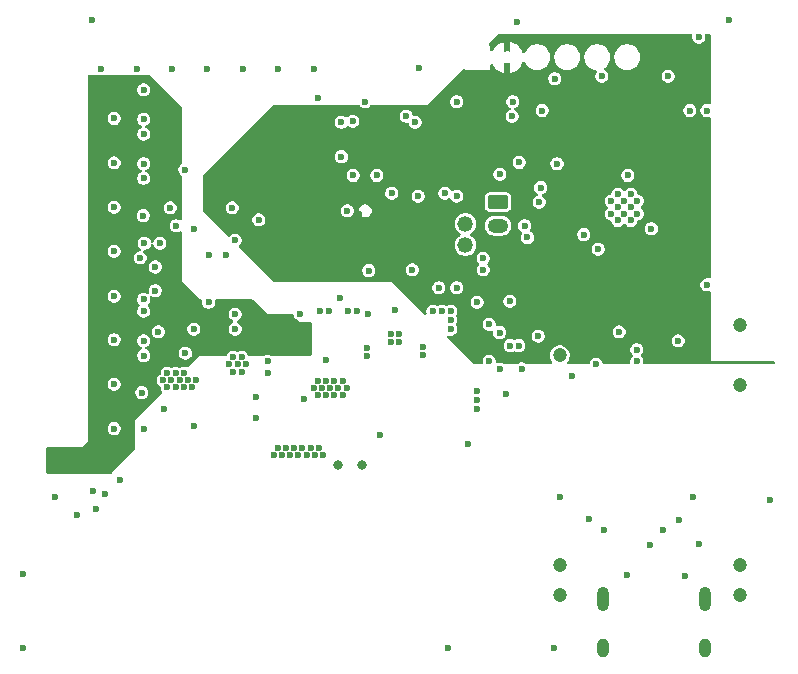
<source format=gbr>
%TF.GenerationSoftware,KiCad,Pcbnew,9.0.2*%
%TF.CreationDate,2025-12-06T18:07:06+09:00*%
%TF.ProjectId,ECG,4543472e-6b69-4636-9164-5f7063625858,rev?*%
%TF.SameCoordinates,Original*%
%TF.FileFunction,Copper,L3,Inr*%
%TF.FilePolarity,Positive*%
%FSLAX46Y46*%
G04 Gerber Fmt 4.6, Leading zero omitted, Abs format (unit mm)*
G04 Created by KiCad (PCBNEW 9.0.2) date 2025-12-06 18:07:06*
%MOMM*%
%LPD*%
G01*
G04 APERTURE LIST*
G04 Aperture macros list*
%AMRoundRect*
0 Rectangle with rounded corners*
0 $1 Rounding radius*
0 $2 $3 $4 $5 $6 $7 $8 $9 X,Y pos of 4 corners*
0 Add a 4 corners polygon primitive as box body*
4,1,4,$2,$3,$4,$5,$6,$7,$8,$9,$2,$3,0*
0 Add four circle primitives for the rounded corners*
1,1,$1+$1,$2,$3*
1,1,$1+$1,$4,$5*
1,1,$1+$1,$6,$7*
1,1,$1+$1,$8,$9*
0 Add four rect primitives between the rounded corners*
20,1,$1+$1,$2,$3,$4,$5,0*
20,1,$1+$1,$4,$5,$6,$7,0*
20,1,$1+$1,$6,$7,$8,$9,0*
20,1,$1+$1,$8,$9,$2,$3,0*%
G04 Aperture macros list end*
%TA.AperFunction,HeatsinkPad*%
%ADD10C,0.600000*%
%TD*%
%TA.AperFunction,ComponentPad*%
%ADD11O,1.000000X2.100000*%
%TD*%
%TA.AperFunction,ComponentPad*%
%ADD12O,1.000000X1.600000*%
%TD*%
%TA.AperFunction,ComponentPad*%
%ADD13C,1.320000*%
%TD*%
%TA.AperFunction,ComponentPad*%
%ADD14C,1.200000*%
%TD*%
%TA.AperFunction,ComponentPad*%
%ADD15RoundRect,0.250000X-0.625000X0.350000X-0.625000X-0.350000X0.625000X-0.350000X0.625000X0.350000X0*%
%TD*%
%TA.AperFunction,ComponentPad*%
%ADD16O,1.750000X1.200000*%
%TD*%
%TA.AperFunction,ViaPad*%
%ADD17C,0.600000*%
%TD*%
%TA.AperFunction,ViaPad*%
%ADD18C,0.800000*%
%TD*%
G04 APERTURE END LIST*
D10*
%TO.N,GNDPWR*%
%TO.C,U2*%
X187250000Y-81110000D03*
X186150000Y-81110000D03*
X187800000Y-81660000D03*
X186700000Y-81660000D03*
X185600000Y-81660000D03*
X187250000Y-82210000D03*
X186150000Y-82210000D03*
X187800000Y-82760000D03*
X186700000Y-82760000D03*
X185600000Y-82760000D03*
X187250000Y-83310000D03*
X186150000Y-83310000D03*
%TD*%
D11*
%TO.N,GND2*%
%TO.C,J2*%
X184930000Y-115370000D03*
D12*
X184930000Y-119550000D03*
D11*
X193570000Y-115370000D03*
D12*
X193570000Y-119550000D03*
%TD*%
D13*
%TO.N,Net-(IC11-TS{slash}MR)*%
%TO.C,TH1*%
X173250000Y-85400000D03*
%TO.N,GNDPWR*%
X173250000Y-83600000D03*
%TD*%
D14*
%TO.N,GND2*%
%TO.C,PS2*%
X181225000Y-115055000D03*
X181225000Y-112515000D03*
%TO.N,Net-(PS2-TRIM)*%
X181225000Y-94735000D03*
%TO.N,Net-(IC11-IN)*%
X196465000Y-92195000D03*
%TO.N,GNDPWR*%
X196465000Y-97275000D03*
%TO.N,Net-(PS2-+VIN_1)*%
X196465000Y-112515000D03*
X196465000Y-115055000D03*
%TD*%
D15*
%TO.N,Net-(BT1-+)*%
%TO.C,BT1*%
X176000000Y-81749999D03*
D16*
%TO.N,GNDPWR*%
X176000000Y-83750000D03*
%TD*%
D17*
%TO.N,+BATT*%
X165000000Y-91249998D03*
X172500000Y-81250000D03*
X176194835Y-95917473D03*
X172500000Y-73250000D03*
X167289359Y-90860705D03*
X177997499Y-95864382D03*
%TO.N,GNDPWR*%
X163700000Y-74900000D03*
X156500000Y-96250000D03*
X167650000Y-93600000D03*
X153750000Y-85000000D03*
X153750000Y-92500000D03*
X169308500Y-70408500D03*
D18*
X162500000Y-104000000D03*
D17*
X178500000Y-84750000D03*
X163750000Y-79500000D03*
X145400000Y-70466000D03*
X170500000Y-90999999D03*
X177000000Y-90150000D03*
X183250000Y-84500000D03*
X148250000Y-82250000D03*
X171750000Y-119500000D03*
X171999999Y-92499999D03*
X166000000Y-101500000D03*
X167650000Y-92900000D03*
X166950000Y-93600001D03*
X135750000Y-113250000D03*
X174249999Y-99250000D03*
X177050000Y-93900000D03*
X160750000Y-96900000D03*
X154300000Y-94900000D03*
X172000000Y-90999999D03*
X184500000Y-85750000D03*
X168750000Y-87500000D03*
X156500000Y-95250000D03*
X171500000Y-81000000D03*
X164050000Y-90999999D03*
X195600000Y-66300000D03*
X146000000Y-90000000D03*
X164228480Y-82726032D03*
X161700000Y-91000000D03*
X163300000Y-90999999D03*
X192250000Y-74000000D03*
X160950000Y-91000000D03*
X153750000Y-91250000D03*
X177200000Y-74500000D03*
X145849000Y-97881000D03*
X144000000Y-105250000D03*
X173500000Y-102250000D03*
X153500000Y-82250000D03*
X145977380Y-82897620D03*
X175249999Y-92105520D03*
X146000000Y-79750000D03*
X177600000Y-66500000D03*
X162150000Y-96900000D03*
X141750000Y-106250000D03*
X148400000Y-70466000D03*
X174250000Y-90250000D03*
X146000000Y-74750000D03*
X181000000Y-78500000D03*
X160400000Y-70466000D03*
X150250000Y-100750000D03*
X162150000Y-98100000D03*
X163250000Y-82500000D03*
X153000000Y-86250000D03*
D18*
X164500000Y-104000000D03*
D17*
X187750000Y-94250000D03*
X151500000Y-86250000D03*
X166950001Y-92900000D03*
X169000000Y-75000000D03*
X161100000Y-97500000D03*
X142000000Y-107750000D03*
X172000000Y-91749999D03*
X159250000Y-91250000D03*
X160750000Y-98100000D03*
X153250000Y-95500000D03*
X186250000Y-92750000D03*
X189000000Y-84000000D03*
X146000000Y-94750000D03*
X160800000Y-72900000D03*
X165750000Y-79500000D03*
X184800000Y-71100000D03*
X146000000Y-76000000D03*
X165049999Y-87549999D03*
X171000000Y-89000000D03*
X151400000Y-70466000D03*
X174250000Y-98500000D03*
X149500000Y-79000000D03*
X135750000Y-119500000D03*
X175250000Y-95250000D03*
X190400000Y-71100000D03*
X161800000Y-97500000D03*
X155500000Y-98250000D03*
X161450000Y-96900000D03*
X145709894Y-86481836D03*
X142400000Y-70466000D03*
X172500000Y-89000000D03*
X160400000Y-97500000D03*
X193000000Y-67800000D03*
X141595495Y-66345045D03*
X177750000Y-93900000D03*
X151500000Y-90250000D03*
X146000000Y-72250000D03*
X171250000Y-90999999D03*
X146000000Y-101000000D03*
X161450000Y-98100000D03*
X138500000Y-106750000D03*
X146000000Y-93500000D03*
X193700000Y-74000000D03*
X153950000Y-95500000D03*
X162850000Y-96900000D03*
X184325000Y-95475000D03*
X193700000Y-88750000D03*
X155750000Y-83250000D03*
X154300000Y-96100000D03*
X153600000Y-96100000D03*
X147750000Y-99250000D03*
X164750000Y-73250000D03*
X157400000Y-70466000D03*
X154400000Y-70466000D03*
X146000000Y-91000000D03*
X162500000Y-97500000D03*
X140325000Y-108250000D03*
X146000000Y-78500000D03*
X174250000Y-97750000D03*
X163200000Y-97500000D03*
X153600000Y-94900000D03*
X174750000Y-87500000D03*
X155500000Y-100000000D03*
X162850000Y-98100000D03*
X154650000Y-95500000D03*
X167000000Y-81000000D03*
X187000000Y-79500000D03*
X178250000Y-83750000D03*
X180800000Y-71300000D03*
D18*
%TO.N,VDD*%
X174000000Y-92500000D03*
D17*
X152000000Y-82250000D03*
X192250000Y-91750000D03*
D18*
X174000000Y-91500000D03*
X174000000Y-94500000D03*
X174000000Y-93500000D03*
D17*
X159250000Y-83250000D03*
D18*
X191000000Y-69125000D03*
D17*
%TO.N,VCC*%
X143500000Y-83750000D03*
X157100000Y-93000000D03*
X157450000Y-92400000D03*
X143500000Y-80225000D03*
X157800000Y-93000000D03*
X143500000Y-72700000D03*
X138000000Y-104250000D03*
X159200000Y-93000000D03*
X143500000Y-87725000D03*
X154000000Y-93500000D03*
X159900000Y-93000000D03*
X158500000Y-93000000D03*
X158150000Y-92400000D03*
X143500000Y-98950000D03*
X143519309Y-76450000D03*
X159550000Y-92400000D03*
X158850000Y-92400000D03*
X143500000Y-91450000D03*
X143500000Y-95200000D03*
%TO.N,VSS*%
X143500000Y-82175000D03*
X143500906Y-74675000D03*
X143500000Y-89708323D03*
X157000000Y-103150000D03*
X142750000Y-106500000D03*
X143500000Y-78425000D03*
X143500000Y-85925000D03*
X158400000Y-103150000D03*
X158050000Y-102550000D03*
X143500000Y-93400000D03*
X158750000Y-102550000D03*
X157700000Y-103150000D03*
X157350000Y-102550000D03*
X143500000Y-97175000D03*
X160850000Y-102550000D03*
X159100000Y-103150000D03*
X160150000Y-102550000D03*
X160500000Y-103150000D03*
X159450000Y-102550000D03*
X159800000Y-103150000D03*
X143500000Y-100925000D03*
X161200000Y-103150000D03*
%TO.N,+5V*%
X164900000Y-94800000D03*
X159601011Y-98431771D03*
X169650000Y-94699999D03*
X162640409Y-89890409D03*
X161450000Y-95099998D03*
X169650000Y-94000000D03*
X164900000Y-94099999D03*
%TO.N,GND*%
X150250000Y-84000000D03*
X148000000Y-97450000D03*
X146074000Y-85250000D03*
X147000000Y-87250000D03*
X148750000Y-83750000D03*
X150250000Y-92500000D03*
X149050000Y-96850000D03*
X149543141Y-94543141D03*
X150100000Y-97450000D03*
X148000000Y-96250000D03*
X147375000Y-85250000D03*
X148700000Y-96250000D03*
X147000000Y-89250000D03*
X149400000Y-96250000D03*
X149400000Y-97450000D03*
X150450000Y-96850000D03*
X147250000Y-92750000D03*
X149750000Y-96850000D03*
X148700000Y-97450000D03*
X148350000Y-96850000D03*
X147650000Y-96850000D03*
%TO.N,Net-(D5-A)*%
X177250000Y-73250000D03*
X179500000Y-81750000D03*
%TO.N,Net-(IC11-IN)*%
X182250000Y-96500000D03*
X176133736Y-92800002D03*
X191250000Y-93500000D03*
X174750000Y-86500000D03*
X187750000Y-95250000D03*
%TO.N,Net-(BT1-+)*%
X179424000Y-93100000D03*
X176719030Y-98014294D03*
%TO.N,Net-(PS2-+VIN_1)*%
X184945000Y-109500000D03*
X186945000Y-113300000D03*
X191845000Y-113400000D03*
%TO.N,GND2*%
X192500000Y-106750000D03*
X199000000Y-107000000D03*
X193000000Y-110700000D03*
X181250000Y-106750000D03*
X183670000Y-108620000D03*
X191290000Y-108640000D03*
X180750000Y-119500000D03*
%TO.N,Net-(U3-UD+)*%
X188849999Y-110819238D03*
X190004620Y-109535380D03*
%TO.N,SCL*%
X169250000Y-81250000D03*
X168250000Y-74500000D03*
%TO.N,PWR-OFF*%
X177798498Y-78400000D03*
X176156463Y-79402000D03*
%TO.N,Net-(LED10-DI)*%
X179604071Y-80523311D03*
X179750000Y-74000000D03*
%TO.N,Net-(U2-EN)*%
X162750000Y-75000000D03*
X162750000Y-77900000D03*
%TD*%
%TA.AperFunction,Conductor*%
%TO.N,VCC*%
G36*
X142281714Y-71004225D02*
G01*
X142288111Y-71005939D01*
X142327525Y-71016500D01*
X142327527Y-71016500D01*
X142472473Y-71016500D01*
X142472475Y-71016500D01*
X142513086Y-71005617D01*
X142518286Y-71004225D01*
X142550379Y-71000000D01*
X145249621Y-71000000D01*
X145281714Y-71004225D01*
X145288111Y-71005939D01*
X145327525Y-71016500D01*
X145327527Y-71016500D01*
X145472473Y-71016500D01*
X145472475Y-71016500D01*
X145513086Y-71005617D01*
X145518286Y-71004225D01*
X145550379Y-71000000D01*
X146448638Y-71000000D01*
X146515677Y-71019685D01*
X146536319Y-71036319D01*
X149213681Y-73713681D01*
X149247166Y-73775004D01*
X149250000Y-73801362D01*
X149250000Y-78437084D01*
X149230315Y-78504123D01*
X149188002Y-78544470D01*
X149161985Y-78559491D01*
X149161982Y-78559493D01*
X149059493Y-78661982D01*
X149059488Y-78661988D01*
X148987017Y-78787511D01*
X148987016Y-78787515D01*
X148949500Y-78927525D01*
X148949500Y-79072475D01*
X148980529Y-79188274D01*
X148987017Y-79212488D01*
X149059488Y-79338011D01*
X149059490Y-79338013D01*
X149059491Y-79338015D01*
X149161985Y-79440509D01*
X149187999Y-79455528D01*
X149236214Y-79506092D01*
X149250000Y-79562915D01*
X149250000Y-83188238D01*
X149230315Y-83255277D01*
X149177511Y-83301032D01*
X149108353Y-83310976D01*
X149064000Y-83295625D01*
X148962488Y-83237017D01*
X148962489Y-83237017D01*
X148951006Y-83233940D01*
X148822475Y-83199500D01*
X148677525Y-83199500D01*
X148548993Y-83233940D01*
X148537511Y-83237017D01*
X148411988Y-83309488D01*
X148411982Y-83309493D01*
X148309493Y-83411982D01*
X148309488Y-83411988D01*
X148237017Y-83537511D01*
X148237016Y-83537515D01*
X148199500Y-83677525D01*
X148199500Y-83822475D01*
X148237016Y-83962485D01*
X148237017Y-83962488D01*
X148309488Y-84088011D01*
X148309490Y-84088013D01*
X148309491Y-84088015D01*
X148411985Y-84190509D01*
X148411986Y-84190510D01*
X148411988Y-84190511D01*
X148537511Y-84262982D01*
X148537512Y-84262982D01*
X148537515Y-84262984D01*
X148677525Y-84300500D01*
X148677528Y-84300500D01*
X148822472Y-84300500D01*
X148822475Y-84300500D01*
X148962485Y-84262984D01*
X149064001Y-84204373D01*
X149131899Y-84187901D01*
X149197926Y-84210753D01*
X149241117Y-84265674D01*
X149250000Y-84311761D01*
X149250000Y-88500000D01*
X150750000Y-90000000D01*
X150835468Y-90000000D01*
X150902507Y-90019685D01*
X150948262Y-90072489D01*
X150958206Y-90141647D01*
X150955243Y-90156089D01*
X150949500Y-90177525D01*
X150949500Y-90322475D01*
X150985457Y-90456666D01*
X150987017Y-90462488D01*
X151059488Y-90588011D01*
X151059490Y-90588013D01*
X151059491Y-90588015D01*
X151161985Y-90690509D01*
X151161986Y-90690510D01*
X151161988Y-90690511D01*
X151287511Y-90762982D01*
X151287512Y-90762982D01*
X151287515Y-90762984D01*
X151427525Y-90800500D01*
X151427528Y-90800500D01*
X151572472Y-90800500D01*
X151572475Y-90800500D01*
X151712485Y-90762984D01*
X151838015Y-90690509D01*
X151940509Y-90588015D01*
X152012984Y-90462485D01*
X152050500Y-90322475D01*
X152050500Y-90177525D01*
X152044757Y-90156092D01*
X152046420Y-90086243D01*
X152085583Y-90028381D01*
X152149811Y-90000877D01*
X152164532Y-90000000D01*
X155198638Y-90000000D01*
X155265677Y-90019685D01*
X155286319Y-90036319D01*
X156500000Y-91250000D01*
X158584932Y-91250000D01*
X158651971Y-91269685D01*
X158697726Y-91322489D01*
X158704705Y-91341901D01*
X158731128Y-91440511D01*
X158737017Y-91462488D01*
X158809488Y-91588011D01*
X158809490Y-91588013D01*
X158809491Y-91588015D01*
X158911985Y-91690509D01*
X159037515Y-91762984D01*
X159097381Y-91779025D01*
X159157040Y-91815389D01*
X159179847Y-91851346D01*
X159200000Y-91900000D01*
X160126000Y-91900000D01*
X160193039Y-91919685D01*
X160238794Y-91972489D01*
X160250000Y-92024000D01*
X160250000Y-94626000D01*
X160230315Y-94693039D01*
X160177511Y-94738794D01*
X160126000Y-94750000D01*
X156768199Y-94750000D01*
X156721132Y-94737381D01*
X156719995Y-94740127D01*
X156712486Y-94737016D01*
X156677482Y-94727637D01*
X156572475Y-94699500D01*
X156427525Y-94699500D01*
X156343519Y-94722009D01*
X156287513Y-94737016D01*
X156280005Y-94740127D01*
X156278867Y-94737381D01*
X156231801Y-94750000D01*
X154920652Y-94750000D01*
X154853613Y-94730315D01*
X154813265Y-94688001D01*
X154771471Y-94615613D01*
X154740509Y-94561985D01*
X154638015Y-94459491D01*
X154638013Y-94459490D01*
X154638011Y-94459488D01*
X154512488Y-94387017D01*
X154512489Y-94387017D01*
X154501006Y-94383940D01*
X154372475Y-94349500D01*
X154227525Y-94349500D01*
X154098993Y-94383940D01*
X154087511Y-94387017D01*
X154012000Y-94430614D01*
X153944100Y-94447087D01*
X153888000Y-94430614D01*
X153812488Y-94387017D01*
X153812489Y-94387017D01*
X153801006Y-94383940D01*
X153672475Y-94349500D01*
X153527525Y-94349500D01*
X153398993Y-94383940D01*
X153387511Y-94387017D01*
X153261988Y-94459488D01*
X153261982Y-94459493D01*
X153159493Y-94561982D01*
X153159491Y-94561985D01*
X153086735Y-94688001D01*
X153036167Y-94736216D01*
X152979348Y-94750000D01*
X150749999Y-94750000D01*
X149775177Y-95724821D01*
X149713854Y-95758306D01*
X149644162Y-95753322D01*
X149625500Y-95744529D01*
X149612491Y-95737018D01*
X149612486Y-95737016D01*
X149566973Y-95724821D01*
X149472475Y-95699500D01*
X149327525Y-95699500D01*
X149198993Y-95733940D01*
X149187511Y-95737017D01*
X149112000Y-95780614D01*
X149044100Y-95797087D01*
X148988000Y-95780614D01*
X148912488Y-95737017D01*
X148912489Y-95737017D01*
X148901006Y-95733940D01*
X148772475Y-95699500D01*
X148627525Y-95699500D01*
X148498993Y-95733940D01*
X148487511Y-95737017D01*
X148412000Y-95780614D01*
X148344100Y-95797087D01*
X148288000Y-95780614D01*
X148212488Y-95737017D01*
X148212489Y-95737017D01*
X148201006Y-95733940D01*
X148072475Y-95699500D01*
X147927525Y-95699500D01*
X147798993Y-95733940D01*
X147787511Y-95737017D01*
X147661988Y-95809488D01*
X147661982Y-95809493D01*
X147559493Y-95911982D01*
X147559488Y-95911988D01*
X147487017Y-96037511D01*
X147487016Y-96037515D01*
X147449500Y-96177525D01*
X147449500Y-96177527D01*
X147449500Y-96258505D01*
X147429815Y-96325544D01*
X147387500Y-96365892D01*
X147311988Y-96409489D01*
X147311982Y-96409493D01*
X147209493Y-96511982D01*
X147209488Y-96511988D01*
X147137017Y-96637511D01*
X147137016Y-96637515D01*
X147099500Y-96777525D01*
X147099500Y-96922475D01*
X147110228Y-96962511D01*
X147137017Y-97062488D01*
X147209488Y-97188011D01*
X147209490Y-97188013D01*
X147209491Y-97188015D01*
X147311985Y-97290509D01*
X147387499Y-97334107D01*
X147435715Y-97384673D01*
X147449500Y-97441494D01*
X147449500Y-97522475D01*
X147486214Y-97659491D01*
X147487017Y-97662488D01*
X147559490Y-97788014D01*
X147559501Y-97788028D01*
X147559506Y-97788041D01*
X147563555Y-97795054D01*
X147562461Y-97795685D01*
X147584694Y-97853198D01*
X147570655Y-97921642D01*
X147548805Y-97951194D01*
X145250000Y-100249999D01*
X145250000Y-102698638D01*
X145230315Y-102765677D01*
X145213681Y-102786319D01*
X143286319Y-104713681D01*
X143224996Y-104747166D01*
X143198638Y-104750000D01*
X137874000Y-104750000D01*
X137806961Y-104730315D01*
X137761206Y-104677511D01*
X137750000Y-104626000D01*
X137750000Y-102624000D01*
X137769685Y-102556961D01*
X137822489Y-102511206D01*
X137874000Y-102500000D01*
X140750000Y-102500000D01*
X141250000Y-102000000D01*
X141250000Y-100852525D01*
X142949500Y-100852525D01*
X142949500Y-100997475D01*
X142987016Y-101137485D01*
X142987017Y-101137488D01*
X143059488Y-101263011D01*
X143059490Y-101263013D01*
X143059491Y-101263015D01*
X143161985Y-101365509D01*
X143161986Y-101365510D01*
X143161988Y-101365511D01*
X143287511Y-101437982D01*
X143287512Y-101437982D01*
X143287515Y-101437984D01*
X143427525Y-101475500D01*
X143427528Y-101475500D01*
X143572472Y-101475500D01*
X143572475Y-101475500D01*
X143712485Y-101437984D01*
X143838015Y-101365509D01*
X143940509Y-101263015D01*
X144012984Y-101137485D01*
X144050500Y-100997475D01*
X144050500Y-100852525D01*
X144012984Y-100712515D01*
X143992782Y-100677525D01*
X143940511Y-100586988D01*
X143940506Y-100586982D01*
X143838017Y-100484493D01*
X143838011Y-100484488D01*
X143712488Y-100412017D01*
X143712489Y-100412017D01*
X143701006Y-100408940D01*
X143572475Y-100374500D01*
X143427525Y-100374500D01*
X143298993Y-100408940D01*
X143287511Y-100412017D01*
X143161988Y-100484488D01*
X143161982Y-100484493D01*
X143059493Y-100586982D01*
X143059488Y-100586988D01*
X142987017Y-100712511D01*
X142987016Y-100712515D01*
X142949500Y-100852525D01*
X141250000Y-100852525D01*
X141250000Y-97808525D01*
X145298500Y-97808525D01*
X145298500Y-97953475D01*
X145318342Y-98027525D01*
X145336017Y-98093488D01*
X145408488Y-98219011D01*
X145408490Y-98219013D01*
X145408491Y-98219015D01*
X145510985Y-98321509D01*
X145510986Y-98321510D01*
X145510988Y-98321511D01*
X145636511Y-98393982D01*
X145636512Y-98393982D01*
X145636515Y-98393984D01*
X145776525Y-98431500D01*
X145776528Y-98431500D01*
X145921472Y-98431500D01*
X145921475Y-98431500D01*
X146061485Y-98393984D01*
X146187015Y-98321509D01*
X146289509Y-98219015D01*
X146361984Y-98093485D01*
X146399500Y-97953475D01*
X146399500Y-97808525D01*
X146361984Y-97668515D01*
X146358504Y-97662488D01*
X146289511Y-97542988D01*
X146289506Y-97542982D01*
X146187017Y-97440493D01*
X146187011Y-97440488D01*
X146061488Y-97368017D01*
X146061489Y-97368017D01*
X146050006Y-97364940D01*
X145921475Y-97330500D01*
X145776525Y-97330500D01*
X145647993Y-97364940D01*
X145636511Y-97368017D01*
X145510988Y-97440488D01*
X145510982Y-97440493D01*
X145408493Y-97542982D01*
X145408488Y-97542988D01*
X145336017Y-97668511D01*
X145336016Y-97668515D01*
X145298500Y-97808525D01*
X141250000Y-97808525D01*
X141250000Y-97102525D01*
X142949500Y-97102525D01*
X142949500Y-97247475D01*
X142981800Y-97368017D01*
X142987017Y-97387488D01*
X143059488Y-97513011D01*
X143059490Y-97513013D01*
X143059491Y-97513015D01*
X143161985Y-97615509D01*
X143161986Y-97615510D01*
X143161988Y-97615511D01*
X143287511Y-97687982D01*
X143287512Y-97687982D01*
X143287515Y-97687984D01*
X143427525Y-97725500D01*
X143427528Y-97725500D01*
X143572472Y-97725500D01*
X143572475Y-97725500D01*
X143712485Y-97687984D01*
X143838015Y-97615509D01*
X143940509Y-97513015D01*
X144012984Y-97387485D01*
X144050500Y-97247475D01*
X144050500Y-97102525D01*
X144012984Y-96962515D01*
X143940509Y-96836985D01*
X143838015Y-96734491D01*
X143838013Y-96734490D01*
X143838011Y-96734488D01*
X143712488Y-96662017D01*
X143712489Y-96662017D01*
X143701006Y-96658940D01*
X143572475Y-96624500D01*
X143427525Y-96624500D01*
X143298993Y-96658940D01*
X143287511Y-96662017D01*
X143161988Y-96734488D01*
X143161982Y-96734493D01*
X143059493Y-96836982D01*
X143059488Y-96836988D01*
X142987017Y-96962511D01*
X142987016Y-96962515D01*
X142949500Y-97102525D01*
X141250000Y-97102525D01*
X141250000Y-93327525D01*
X142949500Y-93327525D01*
X142949500Y-93472475D01*
X142987016Y-93612485D01*
X142987017Y-93612488D01*
X143059488Y-93738011D01*
X143059490Y-93738013D01*
X143059491Y-93738015D01*
X143161985Y-93840509D01*
X143161986Y-93840510D01*
X143161988Y-93840511D01*
X143287511Y-93912982D01*
X143287512Y-93912982D01*
X143287515Y-93912984D01*
X143427525Y-93950500D01*
X143427528Y-93950500D01*
X143572472Y-93950500D01*
X143572475Y-93950500D01*
X143712485Y-93912984D01*
X143838015Y-93840509D01*
X143940509Y-93738015D01*
X144012984Y-93612485D01*
X144050500Y-93472475D01*
X144050500Y-93427525D01*
X145449500Y-93427525D01*
X145449500Y-93572475D01*
X145460221Y-93612485D01*
X145487017Y-93712488D01*
X145559488Y-93838011D01*
X145559490Y-93838013D01*
X145559491Y-93838015D01*
X145661985Y-93940509D01*
X145661986Y-93940510D01*
X145661988Y-93940511D01*
X145794553Y-94017048D01*
X145792971Y-94019787D01*
X145835774Y-94054281D01*
X145857838Y-94120575D01*
X145840558Y-94188274D01*
X145793859Y-94231751D01*
X145794553Y-94232952D01*
X145661988Y-94309488D01*
X145661982Y-94309493D01*
X145559493Y-94411982D01*
X145559488Y-94411988D01*
X145487017Y-94537511D01*
X145487016Y-94537515D01*
X145449500Y-94677525D01*
X145449500Y-94822475D01*
X145487016Y-94962485D01*
X145487017Y-94962488D01*
X145559488Y-95088011D01*
X145559490Y-95088013D01*
X145559491Y-95088015D01*
X145661985Y-95190509D01*
X145661986Y-95190510D01*
X145661988Y-95190511D01*
X145787511Y-95262982D01*
X145787512Y-95262982D01*
X145787515Y-95262984D01*
X145927525Y-95300500D01*
X145927528Y-95300500D01*
X146072472Y-95300500D01*
X146072475Y-95300500D01*
X146212485Y-95262984D01*
X146338015Y-95190509D01*
X146440509Y-95088015D01*
X146512984Y-94962485D01*
X146550500Y-94822475D01*
X146550500Y-94677525D01*
X146512984Y-94537515D01*
X146512982Y-94537511D01*
X146505494Y-94524541D01*
X146505493Y-94524540D01*
X146474856Y-94471476D01*
X146474388Y-94470666D01*
X148992641Y-94470666D01*
X148992641Y-94615616D01*
X149025268Y-94737381D01*
X149030158Y-94755629D01*
X149102629Y-94881152D01*
X149102631Y-94881154D01*
X149102632Y-94881156D01*
X149205126Y-94983650D01*
X149205127Y-94983651D01*
X149205129Y-94983652D01*
X149330652Y-95056123D01*
X149330653Y-95056123D01*
X149330656Y-95056125D01*
X149470666Y-95093641D01*
X149470669Y-95093641D01*
X149615613Y-95093641D01*
X149615616Y-95093641D01*
X149755626Y-95056125D01*
X149881156Y-94983650D01*
X149983650Y-94881156D01*
X150056125Y-94755626D01*
X150093641Y-94615616D01*
X150093641Y-94470666D01*
X150056125Y-94330656D01*
X150043906Y-94309493D01*
X149983652Y-94205129D01*
X149983647Y-94205123D01*
X149881158Y-94102634D01*
X149881152Y-94102629D01*
X149755629Y-94030158D01*
X149755630Y-94030158D01*
X149744147Y-94027081D01*
X149615616Y-93992641D01*
X149470666Y-93992641D01*
X149342134Y-94027081D01*
X149330652Y-94030158D01*
X149205129Y-94102629D01*
X149205123Y-94102634D01*
X149102634Y-94205123D01*
X149102629Y-94205129D01*
X149030158Y-94330652D01*
X149030157Y-94330656D01*
X148992641Y-94470666D01*
X146474388Y-94470666D01*
X146440509Y-94411985D01*
X146338015Y-94309491D01*
X146338013Y-94309490D01*
X146338011Y-94309488D01*
X146205447Y-94232952D01*
X146207031Y-94230208D01*
X146164244Y-94195746D01*
X146142162Y-94129457D01*
X146159424Y-94061753D01*
X146206136Y-94018241D01*
X146205447Y-94017048D01*
X146320710Y-93950500D01*
X146338015Y-93940509D01*
X146440509Y-93838015D01*
X146512984Y-93712485D01*
X146550500Y-93572475D01*
X146550500Y-93427525D01*
X146512984Y-93287515D01*
X146456977Y-93190509D01*
X146440511Y-93161988D01*
X146440506Y-93161982D01*
X146338017Y-93059493D01*
X146338011Y-93059488D01*
X146212488Y-92987017D01*
X146212489Y-92987017D01*
X146201006Y-92983940D01*
X146072475Y-92949500D01*
X145927525Y-92949500D01*
X145798993Y-92983940D01*
X145787511Y-92987017D01*
X145661988Y-93059488D01*
X145661982Y-93059493D01*
X145559493Y-93161982D01*
X145559488Y-93161988D01*
X145487017Y-93287511D01*
X145487016Y-93287515D01*
X145449500Y-93427525D01*
X144050500Y-93427525D01*
X144050500Y-93327525D01*
X144012984Y-93187515D01*
X143998244Y-93161985D01*
X143940511Y-93061988D01*
X143940506Y-93061982D01*
X143838017Y-92959493D01*
X143838011Y-92959488D01*
X143712488Y-92887017D01*
X143712489Y-92887017D01*
X143701006Y-92883940D01*
X143572475Y-92849500D01*
X143427525Y-92849500D01*
X143298993Y-92883940D01*
X143287511Y-92887017D01*
X143161988Y-92959488D01*
X143161982Y-92959493D01*
X143059493Y-93061982D01*
X143059488Y-93061988D01*
X142987017Y-93187511D01*
X142986214Y-93190509D01*
X142949500Y-93327525D01*
X141250000Y-93327525D01*
X141250000Y-92677525D01*
X146699500Y-92677525D01*
X146699500Y-92822475D01*
X146731128Y-92940511D01*
X146737017Y-92962488D01*
X146809488Y-93088011D01*
X146809490Y-93088013D01*
X146809491Y-93088015D01*
X146911985Y-93190509D01*
X146911986Y-93190510D01*
X146911988Y-93190511D01*
X147037511Y-93262982D01*
X147037512Y-93262982D01*
X147037515Y-93262984D01*
X147177525Y-93300500D01*
X147177528Y-93300500D01*
X147322472Y-93300500D01*
X147322475Y-93300500D01*
X147462485Y-93262984D01*
X147588015Y-93190509D01*
X147690509Y-93088015D01*
X147762984Y-92962485D01*
X147800500Y-92822475D01*
X147800500Y-92677525D01*
X147762984Y-92537515D01*
X147699481Y-92427525D01*
X149699500Y-92427525D01*
X149699500Y-92572475D01*
X149727649Y-92677527D01*
X149737017Y-92712488D01*
X149809488Y-92838011D01*
X149809490Y-92838013D01*
X149809491Y-92838015D01*
X149911985Y-92940509D01*
X149911986Y-92940510D01*
X149911988Y-92940511D01*
X150037511Y-93012982D01*
X150037512Y-93012982D01*
X150037515Y-93012984D01*
X150177525Y-93050500D01*
X150177528Y-93050500D01*
X150322472Y-93050500D01*
X150322475Y-93050500D01*
X150462485Y-93012984D01*
X150588015Y-92940509D01*
X150690509Y-92838015D01*
X150762984Y-92712485D01*
X150800500Y-92572475D01*
X150800500Y-92427525D01*
X150762984Y-92287515D01*
X150733828Y-92237016D01*
X150690511Y-92161988D01*
X150690506Y-92161982D01*
X150588017Y-92059493D01*
X150588011Y-92059488D01*
X150462488Y-91987017D01*
X150462489Y-91987017D01*
X150437077Y-91980208D01*
X150322475Y-91949500D01*
X150177525Y-91949500D01*
X150062923Y-91980208D01*
X150037511Y-91987017D01*
X149911988Y-92059488D01*
X149911982Y-92059493D01*
X149809493Y-92161982D01*
X149809488Y-92161988D01*
X149737017Y-92287511D01*
X149737016Y-92287515D01*
X149699500Y-92427525D01*
X147699481Y-92427525D01*
X147690509Y-92411985D01*
X147588015Y-92309491D01*
X147588013Y-92309490D01*
X147588011Y-92309488D01*
X147462488Y-92237017D01*
X147462489Y-92237017D01*
X147451006Y-92233940D01*
X147322475Y-92199500D01*
X147177525Y-92199500D01*
X147048993Y-92233940D01*
X147037511Y-92237017D01*
X146911988Y-92309488D01*
X146911982Y-92309493D01*
X146809493Y-92411982D01*
X146809488Y-92411988D01*
X146737017Y-92537511D01*
X146737016Y-92537515D01*
X146699500Y-92677525D01*
X141250000Y-92677525D01*
X141250000Y-89635848D01*
X142949500Y-89635848D01*
X142949500Y-89780798D01*
X142978039Y-89887304D01*
X142987017Y-89920811D01*
X143059488Y-90046334D01*
X143059490Y-90046336D01*
X143059491Y-90046338D01*
X143161985Y-90148832D01*
X143161986Y-90148833D01*
X143161988Y-90148834D01*
X143287511Y-90221305D01*
X143287512Y-90221305D01*
X143287515Y-90221307D01*
X143427525Y-90258823D01*
X143427528Y-90258823D01*
X143572472Y-90258823D01*
X143572475Y-90258823D01*
X143712485Y-90221307D01*
X143838015Y-90148832D01*
X143940509Y-90046338D01*
X144009106Y-89927525D01*
X145449500Y-89927525D01*
X145449500Y-90072475D01*
X145477649Y-90177527D01*
X145487017Y-90212488D01*
X145559488Y-90338011D01*
X145559493Y-90338017D01*
X145633795Y-90412319D01*
X145667280Y-90473642D01*
X145662296Y-90543334D01*
X145633795Y-90587681D01*
X145559493Y-90661982D01*
X145559488Y-90661988D01*
X145487017Y-90787511D01*
X145487016Y-90787515D01*
X145449500Y-90927525D01*
X145449500Y-91072475D01*
X145477649Y-91177527D01*
X145487017Y-91212488D01*
X145559488Y-91338011D01*
X145559490Y-91338013D01*
X145559491Y-91338015D01*
X145661985Y-91440509D01*
X145661986Y-91440510D01*
X145661988Y-91440511D01*
X145787511Y-91512982D01*
X145787512Y-91512982D01*
X145787515Y-91512984D01*
X145927525Y-91550500D01*
X145927528Y-91550500D01*
X146072472Y-91550500D01*
X146072475Y-91550500D01*
X146212485Y-91512984D01*
X146338015Y-91440509D01*
X146440509Y-91338015D01*
X146512984Y-91212485D01*
X146522352Y-91177525D01*
X153199500Y-91177525D01*
X153199500Y-91322475D01*
X153231128Y-91440511D01*
X153237017Y-91462488D01*
X153309488Y-91588011D01*
X153309490Y-91588013D01*
X153309491Y-91588015D01*
X153411985Y-91690509D01*
X153411986Y-91690510D01*
X153411988Y-91690511D01*
X153544553Y-91767048D01*
X153542971Y-91769787D01*
X153585774Y-91804281D01*
X153607838Y-91870575D01*
X153590558Y-91938274D01*
X153543859Y-91981751D01*
X153544553Y-91982952D01*
X153411988Y-92059488D01*
X153411982Y-92059493D01*
X153309493Y-92161982D01*
X153309488Y-92161988D01*
X153237017Y-92287511D01*
X153237016Y-92287515D01*
X153199500Y-92427525D01*
X153199500Y-92572475D01*
X153227649Y-92677527D01*
X153237017Y-92712488D01*
X153309488Y-92838011D01*
X153309490Y-92838013D01*
X153309491Y-92838015D01*
X153411985Y-92940509D01*
X153411986Y-92940510D01*
X153411988Y-92940511D01*
X153537511Y-93012982D01*
X153537512Y-93012982D01*
X153537515Y-93012984D01*
X153677525Y-93050500D01*
X153677528Y-93050500D01*
X153822472Y-93050500D01*
X153822475Y-93050500D01*
X153962485Y-93012984D01*
X154088015Y-92940509D01*
X154190509Y-92838015D01*
X154262984Y-92712485D01*
X154300500Y-92572475D01*
X154300500Y-92427525D01*
X154262984Y-92287515D01*
X154233828Y-92237016D01*
X154190511Y-92161988D01*
X154190506Y-92161982D01*
X154088017Y-92059493D01*
X154088011Y-92059488D01*
X153955447Y-91982952D01*
X153957031Y-91980208D01*
X153914244Y-91945746D01*
X153892162Y-91879457D01*
X153909424Y-91811753D01*
X153956136Y-91768241D01*
X153955447Y-91767048D01*
X154042731Y-91716653D01*
X154088015Y-91690509D01*
X154190509Y-91588015D01*
X154262984Y-91462485D01*
X154300500Y-91322475D01*
X154300500Y-91177525D01*
X154262984Y-91037515D01*
X154190509Y-90911985D01*
X154088015Y-90809491D01*
X154088013Y-90809490D01*
X154088011Y-90809488D01*
X153962488Y-90737017D01*
X153962489Y-90737017D01*
X153951006Y-90733940D01*
X153822475Y-90699500D01*
X153677525Y-90699500D01*
X153548993Y-90733940D01*
X153537511Y-90737017D01*
X153411988Y-90809488D01*
X153411982Y-90809493D01*
X153309493Y-90911982D01*
X153309488Y-90911988D01*
X153237017Y-91037511D01*
X153237016Y-91037515D01*
X153199500Y-91177525D01*
X146522352Y-91177525D01*
X146550500Y-91072475D01*
X146550500Y-90927525D01*
X146512984Y-90787515D01*
X146483828Y-90737016D01*
X146440511Y-90661988D01*
X146440506Y-90661982D01*
X146366205Y-90587681D01*
X146332720Y-90526358D01*
X146337704Y-90456666D01*
X146366205Y-90412319D01*
X146440509Y-90338015D01*
X146512984Y-90212485D01*
X146550500Y-90072475D01*
X146550500Y-89927525D01*
X146532445Y-89860144D01*
X146534108Y-89790299D01*
X146573270Y-89732436D01*
X146637498Y-89704931D01*
X146706400Y-89716517D01*
X146714209Y-89720660D01*
X146787515Y-89762984D01*
X146927525Y-89800500D01*
X146927528Y-89800500D01*
X147072472Y-89800500D01*
X147072475Y-89800500D01*
X147212485Y-89762984D01*
X147338015Y-89690509D01*
X147440509Y-89588015D01*
X147512984Y-89462485D01*
X147550500Y-89322475D01*
X147550500Y-89177525D01*
X147512984Y-89037515D01*
X147440509Y-88911985D01*
X147338015Y-88809491D01*
X147338013Y-88809490D01*
X147338011Y-88809488D01*
X147212488Y-88737017D01*
X147212489Y-88737017D01*
X147201006Y-88733940D01*
X147072475Y-88699500D01*
X146927525Y-88699500D01*
X146798993Y-88733940D01*
X146787511Y-88737017D01*
X146661988Y-88809488D01*
X146661982Y-88809493D01*
X146559493Y-88911982D01*
X146559488Y-88911988D01*
X146487017Y-89037511D01*
X146487016Y-89037515D01*
X146449500Y-89177525D01*
X146449500Y-89322475D01*
X146462318Y-89370311D01*
X146467554Y-89389851D01*
X146465891Y-89459701D01*
X146426729Y-89517564D01*
X146362500Y-89545068D01*
X146293598Y-89533482D01*
X146285779Y-89529332D01*
X146212488Y-89487017D01*
X146212489Y-89487017D01*
X146201006Y-89483940D01*
X146072475Y-89449500D01*
X145927525Y-89449500D01*
X145798993Y-89483940D01*
X145787511Y-89487017D01*
X145661988Y-89559488D01*
X145661982Y-89559493D01*
X145559493Y-89661982D01*
X145559488Y-89661988D01*
X145487017Y-89787511D01*
X145487016Y-89787515D01*
X145449500Y-89927525D01*
X144009106Y-89927525D01*
X144012984Y-89920808D01*
X144050500Y-89780798D01*
X144050500Y-89635848D01*
X144012984Y-89495838D01*
X143993729Y-89462488D01*
X143940511Y-89370311D01*
X143940506Y-89370305D01*
X143838017Y-89267816D01*
X143838011Y-89267811D01*
X143712488Y-89195340D01*
X143712489Y-89195340D01*
X143701006Y-89192263D01*
X143572475Y-89157823D01*
X143427525Y-89157823D01*
X143298993Y-89192263D01*
X143287511Y-89195340D01*
X143161988Y-89267811D01*
X143161982Y-89267816D01*
X143059493Y-89370305D01*
X143059488Y-89370311D01*
X142987017Y-89495834D01*
X142987016Y-89495838D01*
X142949500Y-89635848D01*
X141250000Y-89635848D01*
X141250000Y-87177525D01*
X146449500Y-87177525D01*
X146449500Y-87322475D01*
X146487016Y-87462485D01*
X146487017Y-87462488D01*
X146559488Y-87588011D01*
X146559490Y-87588013D01*
X146559491Y-87588015D01*
X146661985Y-87690509D01*
X146661986Y-87690510D01*
X146661988Y-87690511D01*
X146787511Y-87762982D01*
X146787512Y-87762982D01*
X146787515Y-87762984D01*
X146927525Y-87800500D01*
X146927528Y-87800500D01*
X147072472Y-87800500D01*
X147072475Y-87800500D01*
X147212485Y-87762984D01*
X147338015Y-87690509D01*
X147440509Y-87588015D01*
X147512984Y-87462485D01*
X147550500Y-87322475D01*
X147550500Y-87177525D01*
X147512984Y-87037515D01*
X147446490Y-86922345D01*
X147440511Y-86911988D01*
X147440506Y-86911982D01*
X147338017Y-86809493D01*
X147338011Y-86809488D01*
X147212488Y-86737017D01*
X147212489Y-86737017D01*
X147201006Y-86733940D01*
X147072475Y-86699500D01*
X146927525Y-86699500D01*
X146798993Y-86733940D01*
X146787511Y-86737017D01*
X146661988Y-86809488D01*
X146661982Y-86809493D01*
X146559493Y-86911982D01*
X146559488Y-86911988D01*
X146487017Y-87037511D01*
X146487016Y-87037515D01*
X146449500Y-87177525D01*
X141250000Y-87177525D01*
X141250000Y-85852525D01*
X142949500Y-85852525D01*
X142949500Y-85997475D01*
X142961251Y-86041329D01*
X142987017Y-86137488D01*
X143059488Y-86263011D01*
X143059490Y-86263013D01*
X143059491Y-86263015D01*
X143161985Y-86365509D01*
X143161986Y-86365510D01*
X143161988Y-86365511D01*
X143287511Y-86437982D01*
X143287512Y-86437982D01*
X143287515Y-86437984D01*
X143427525Y-86475500D01*
X143427528Y-86475500D01*
X143572472Y-86475500D01*
X143572475Y-86475500D01*
X143712485Y-86437984D01*
X143762061Y-86409361D01*
X145159394Y-86409361D01*
X145159394Y-86554311D01*
X145195889Y-86690509D01*
X145196911Y-86694324D01*
X145269382Y-86819847D01*
X145269384Y-86819849D01*
X145269385Y-86819851D01*
X145371879Y-86922345D01*
X145371880Y-86922346D01*
X145371882Y-86922347D01*
X145497405Y-86994818D01*
X145497406Y-86994818D01*
X145497409Y-86994820D01*
X145637419Y-87032336D01*
X145637422Y-87032336D01*
X145782366Y-87032336D01*
X145782369Y-87032336D01*
X145922379Y-86994820D01*
X146047909Y-86922345D01*
X146150403Y-86819851D01*
X146222878Y-86694321D01*
X146260394Y-86554311D01*
X146260394Y-86409361D01*
X146222878Y-86269351D01*
X146150403Y-86143821D01*
X146047909Y-86041327D01*
X146047008Y-86040807D01*
X146031558Y-86031886D01*
X145983343Y-85981319D01*
X145970121Y-85912712D01*
X145996089Y-85847847D01*
X146053004Y-85807319D01*
X146093559Y-85800500D01*
X146146472Y-85800500D01*
X146146475Y-85800500D01*
X146286485Y-85762984D01*
X146412015Y-85690509D01*
X146514509Y-85588015D01*
X146586984Y-85462485D01*
X146604726Y-85396271D01*
X146641090Y-85336613D01*
X146703937Y-85306084D01*
X146773313Y-85314379D01*
X146827191Y-85358864D01*
X146844273Y-85396269D01*
X146862016Y-85462485D01*
X146862017Y-85462488D01*
X146934488Y-85588011D01*
X146934490Y-85588013D01*
X146934491Y-85588015D01*
X147036985Y-85690509D01*
X147036986Y-85690510D01*
X147036988Y-85690511D01*
X147162511Y-85762982D01*
X147162512Y-85762982D01*
X147162515Y-85762984D01*
X147302525Y-85800500D01*
X147302528Y-85800500D01*
X147447472Y-85800500D01*
X147447475Y-85800500D01*
X147587485Y-85762984D01*
X147713015Y-85690509D01*
X147815509Y-85588015D01*
X147887984Y-85462485D01*
X147925500Y-85322475D01*
X147925500Y-85177525D01*
X147887984Y-85037515D01*
X147815509Y-84911985D01*
X147713015Y-84809491D01*
X147713013Y-84809490D01*
X147713011Y-84809488D01*
X147587488Y-84737017D01*
X147587489Y-84737017D01*
X147576006Y-84733940D01*
X147447475Y-84699500D01*
X147302525Y-84699500D01*
X147173993Y-84733940D01*
X147162511Y-84737017D01*
X147036988Y-84809488D01*
X147036982Y-84809493D01*
X146934493Y-84911982D01*
X146934488Y-84911988D01*
X146862017Y-85037511D01*
X146862016Y-85037515D01*
X146852649Y-85072475D01*
X146844275Y-85103726D01*
X146807909Y-85163386D01*
X146745062Y-85193915D01*
X146675687Y-85185620D01*
X146621809Y-85141134D01*
X146604725Y-85103726D01*
X146586984Y-85037515D01*
X146514509Y-84911985D01*
X146412015Y-84809491D01*
X146412013Y-84809490D01*
X146412011Y-84809488D01*
X146286488Y-84737017D01*
X146286489Y-84737017D01*
X146275006Y-84733940D01*
X146146475Y-84699500D01*
X146001525Y-84699500D01*
X145872993Y-84733940D01*
X145861511Y-84737017D01*
X145735988Y-84809488D01*
X145735982Y-84809493D01*
X145633493Y-84911982D01*
X145633488Y-84911988D01*
X145561017Y-85037511D01*
X145561016Y-85037515D01*
X145523500Y-85177525D01*
X145523500Y-85322475D01*
X145561016Y-85462485D01*
X145561017Y-85462488D01*
X145633488Y-85588011D01*
X145633490Y-85588013D01*
X145633491Y-85588015D01*
X145735985Y-85690509D01*
X145742413Y-85694220D01*
X145752336Y-85699950D01*
X145800551Y-85750517D01*
X145813773Y-85819124D01*
X145787805Y-85883989D01*
X145730890Y-85924517D01*
X145690335Y-85931336D01*
X145637419Y-85931336D01*
X145508887Y-85965776D01*
X145497405Y-85968853D01*
X145371882Y-86041324D01*
X145371876Y-86041329D01*
X145269387Y-86143818D01*
X145269382Y-86143824D01*
X145196911Y-86269347D01*
X145196910Y-86269351D01*
X145159394Y-86409361D01*
X143762061Y-86409361D01*
X143838015Y-86365509D01*
X143940509Y-86263015D01*
X144012984Y-86137485D01*
X144050500Y-85997475D01*
X144050500Y-85852525D01*
X144012984Y-85712515D01*
X143941101Y-85588011D01*
X143940511Y-85586988D01*
X143940506Y-85586982D01*
X143838017Y-85484493D01*
X143838011Y-85484488D01*
X143712488Y-85412017D01*
X143712489Y-85412017D01*
X143701006Y-85408940D01*
X143572475Y-85374500D01*
X143427525Y-85374500D01*
X143298993Y-85408940D01*
X143287511Y-85412017D01*
X143161988Y-85484488D01*
X143161982Y-85484493D01*
X143059493Y-85586982D01*
X143059488Y-85586988D01*
X142987017Y-85712511D01*
X142987016Y-85712515D01*
X142949500Y-85852525D01*
X141250000Y-85852525D01*
X141250000Y-82825145D01*
X145426880Y-82825145D01*
X145426880Y-82970095D01*
X145464396Y-83110105D01*
X145464397Y-83110108D01*
X145536868Y-83235631D01*
X145536870Y-83235633D01*
X145536871Y-83235635D01*
X145639365Y-83338129D01*
X145639366Y-83338130D01*
X145639368Y-83338131D01*
X145764891Y-83410602D01*
X145764892Y-83410602D01*
X145764895Y-83410604D01*
X145904905Y-83448120D01*
X145904908Y-83448120D01*
X146049852Y-83448120D01*
X146049855Y-83448120D01*
X146189865Y-83410604D01*
X146315395Y-83338129D01*
X146417889Y-83235635D01*
X146490364Y-83110105D01*
X146527880Y-82970095D01*
X146527880Y-82825145D01*
X146490364Y-82685135D01*
X146450166Y-82615511D01*
X146417891Y-82559608D01*
X146417886Y-82559602D01*
X146315397Y-82457113D01*
X146315391Y-82457108D01*
X146189868Y-82384637D01*
X146189869Y-82384637D01*
X146178386Y-82381560D01*
X146049855Y-82347120D01*
X145904905Y-82347120D01*
X145776373Y-82381560D01*
X145764891Y-82384637D01*
X145639368Y-82457108D01*
X145639362Y-82457113D01*
X145536873Y-82559602D01*
X145536868Y-82559608D01*
X145464397Y-82685131D01*
X145464396Y-82685135D01*
X145426880Y-82825145D01*
X141250000Y-82825145D01*
X141250000Y-82102525D01*
X142949500Y-82102525D01*
X142949500Y-82247475D01*
X142976200Y-82347120D01*
X142987017Y-82387488D01*
X143059488Y-82513011D01*
X143059490Y-82513013D01*
X143059491Y-82513015D01*
X143161985Y-82615509D01*
X143161986Y-82615510D01*
X143161988Y-82615511D01*
X143287511Y-82687982D01*
X143287512Y-82687982D01*
X143287515Y-82687984D01*
X143427525Y-82725500D01*
X143427528Y-82725500D01*
X143572472Y-82725500D01*
X143572475Y-82725500D01*
X143712485Y-82687984D01*
X143838015Y-82615509D01*
X143940509Y-82513015D01*
X144012984Y-82387485D01*
X144050500Y-82247475D01*
X144050500Y-82177525D01*
X147699500Y-82177525D01*
X147699500Y-82322475D01*
X147735575Y-82457108D01*
X147737017Y-82462488D01*
X147809488Y-82588011D01*
X147809490Y-82588013D01*
X147809491Y-82588015D01*
X147911985Y-82690509D01*
X147911986Y-82690510D01*
X147911988Y-82690511D01*
X148037511Y-82762982D01*
X148037512Y-82762982D01*
X148037515Y-82762984D01*
X148177525Y-82800500D01*
X148177528Y-82800500D01*
X148322472Y-82800500D01*
X148322475Y-82800500D01*
X148462485Y-82762984D01*
X148588015Y-82690509D01*
X148690509Y-82588015D01*
X148762984Y-82462485D01*
X148800500Y-82322475D01*
X148800500Y-82177525D01*
X148762984Y-82037515D01*
X148719680Y-81962511D01*
X148690511Y-81911988D01*
X148690506Y-81911982D01*
X148588017Y-81809493D01*
X148588011Y-81809488D01*
X148462488Y-81737017D01*
X148462489Y-81737017D01*
X148451006Y-81733940D01*
X148322475Y-81699500D01*
X148177525Y-81699500D01*
X148048993Y-81733940D01*
X148037511Y-81737017D01*
X147911988Y-81809488D01*
X147911982Y-81809493D01*
X147809493Y-81911982D01*
X147809488Y-81911988D01*
X147737017Y-82037511D01*
X147737016Y-82037515D01*
X147699500Y-82177525D01*
X144050500Y-82177525D01*
X144050500Y-82102525D01*
X144012984Y-81962515D01*
X143983810Y-81911985D01*
X143940511Y-81836988D01*
X143940506Y-81836982D01*
X143838017Y-81734493D01*
X143838011Y-81734488D01*
X143712488Y-81662017D01*
X143712489Y-81662017D01*
X143701006Y-81658940D01*
X143572475Y-81624500D01*
X143427525Y-81624500D01*
X143298993Y-81658940D01*
X143287511Y-81662017D01*
X143161988Y-81734488D01*
X143161982Y-81734493D01*
X143059493Y-81836982D01*
X143059488Y-81836988D01*
X142987017Y-81962511D01*
X142987016Y-81962515D01*
X142949500Y-82102525D01*
X141250000Y-82102525D01*
X141250000Y-78352525D01*
X142949500Y-78352525D01*
X142949500Y-78497475D01*
X142987016Y-78637485D01*
X142987017Y-78637488D01*
X143059488Y-78763011D01*
X143059490Y-78763013D01*
X143059491Y-78763015D01*
X143161985Y-78865509D01*
X143161986Y-78865510D01*
X143161988Y-78865511D01*
X143287511Y-78937982D01*
X143287512Y-78937982D01*
X143287515Y-78937984D01*
X143427525Y-78975500D01*
X143427528Y-78975500D01*
X143572472Y-78975500D01*
X143572475Y-78975500D01*
X143712485Y-78937984D01*
X143838015Y-78865509D01*
X143940509Y-78763015D01*
X144012984Y-78637485D01*
X144050500Y-78497475D01*
X144050500Y-78427525D01*
X145449500Y-78427525D01*
X145449500Y-78572475D01*
X145487016Y-78712485D01*
X145487017Y-78712488D01*
X145559488Y-78838011D01*
X145559490Y-78838013D01*
X145559491Y-78838015D01*
X145661985Y-78940509D01*
X145661986Y-78940510D01*
X145661988Y-78940511D01*
X145794553Y-79017048D01*
X145792971Y-79019787D01*
X145835774Y-79054281D01*
X145857838Y-79120575D01*
X145840558Y-79188274D01*
X145793859Y-79231751D01*
X145794553Y-79232952D01*
X145661988Y-79309488D01*
X145661982Y-79309493D01*
X145559493Y-79411982D01*
X145559488Y-79411988D01*
X145487017Y-79537511D01*
X145487016Y-79537515D01*
X145449500Y-79677525D01*
X145449500Y-79822475D01*
X145487016Y-79962485D01*
X145487017Y-79962488D01*
X145559488Y-80088011D01*
X145559490Y-80088013D01*
X145559491Y-80088015D01*
X145661985Y-80190509D01*
X145661986Y-80190510D01*
X145661988Y-80190511D01*
X145787511Y-80262982D01*
X145787512Y-80262982D01*
X145787515Y-80262984D01*
X145927525Y-80300500D01*
X145927528Y-80300500D01*
X146072472Y-80300500D01*
X146072475Y-80300500D01*
X146212485Y-80262984D01*
X146338015Y-80190509D01*
X146440509Y-80088015D01*
X146512984Y-79962485D01*
X146550500Y-79822475D01*
X146550500Y-79677525D01*
X146512984Y-79537515D01*
X146465647Y-79455526D01*
X146440511Y-79411988D01*
X146440506Y-79411982D01*
X146338017Y-79309493D01*
X146338011Y-79309488D01*
X146205447Y-79232952D01*
X146207031Y-79230208D01*
X146164244Y-79195746D01*
X146142162Y-79129457D01*
X146159424Y-79061753D01*
X146206136Y-79018241D01*
X146205447Y-79017048D01*
X146292731Y-78966653D01*
X146338015Y-78940509D01*
X146440509Y-78838015D01*
X146512984Y-78712485D01*
X146550500Y-78572475D01*
X146550500Y-78427525D01*
X146512984Y-78287515D01*
X146469680Y-78212511D01*
X146440511Y-78161988D01*
X146440506Y-78161982D01*
X146338017Y-78059493D01*
X146338011Y-78059488D01*
X146212488Y-77987017D01*
X146212489Y-77987017D01*
X146201006Y-77983940D01*
X146072475Y-77949500D01*
X145927525Y-77949500D01*
X145798993Y-77983940D01*
X145787511Y-77987017D01*
X145661988Y-78059488D01*
X145661982Y-78059493D01*
X145559493Y-78161982D01*
X145559488Y-78161988D01*
X145487017Y-78287511D01*
X145487016Y-78287515D01*
X145449500Y-78427525D01*
X144050500Y-78427525D01*
X144050500Y-78352525D01*
X144012984Y-78212515D01*
X143983810Y-78161985D01*
X143940511Y-78086988D01*
X143940506Y-78086982D01*
X143838017Y-77984493D01*
X143838011Y-77984488D01*
X143712488Y-77912017D01*
X143712489Y-77912017D01*
X143701006Y-77908940D01*
X143572475Y-77874500D01*
X143427525Y-77874500D01*
X143298993Y-77908940D01*
X143287511Y-77912017D01*
X143161988Y-77984488D01*
X143161982Y-77984493D01*
X143059493Y-78086982D01*
X143059488Y-78086988D01*
X142987017Y-78212511D01*
X142987016Y-78212515D01*
X142949500Y-78352525D01*
X141250000Y-78352525D01*
X141250000Y-74602525D01*
X142950406Y-74602525D01*
X142950406Y-74747475D01*
X142987922Y-74887485D01*
X142987923Y-74887488D01*
X143060394Y-75013011D01*
X143060396Y-75013013D01*
X143060397Y-75013015D01*
X143162891Y-75115509D01*
X143162892Y-75115510D01*
X143162894Y-75115511D01*
X143288417Y-75187982D01*
X143288418Y-75187982D01*
X143288421Y-75187984D01*
X143428431Y-75225500D01*
X143428434Y-75225500D01*
X143573378Y-75225500D01*
X143573381Y-75225500D01*
X143713391Y-75187984D01*
X143838921Y-75115509D01*
X143941415Y-75013015D01*
X144013890Y-74887485D01*
X144051406Y-74747475D01*
X144051406Y-74677525D01*
X145449500Y-74677525D01*
X145449500Y-74822475D01*
X145487016Y-74962485D01*
X145487017Y-74962488D01*
X145559488Y-75088011D01*
X145559490Y-75088013D01*
X145559491Y-75088015D01*
X145661985Y-75190509D01*
X145661986Y-75190510D01*
X145661988Y-75190511D01*
X145794553Y-75267048D01*
X145792971Y-75269787D01*
X145835774Y-75304281D01*
X145857838Y-75370575D01*
X145840558Y-75438274D01*
X145793859Y-75481751D01*
X145794553Y-75482952D01*
X145661988Y-75559488D01*
X145661982Y-75559493D01*
X145559493Y-75661982D01*
X145559488Y-75661988D01*
X145487017Y-75787511D01*
X145487016Y-75787515D01*
X145449500Y-75927525D01*
X145449500Y-76072475D01*
X145487016Y-76212485D01*
X145487017Y-76212488D01*
X145559488Y-76338011D01*
X145559490Y-76338013D01*
X145559491Y-76338015D01*
X145661985Y-76440509D01*
X145661986Y-76440510D01*
X145661988Y-76440511D01*
X145787511Y-76512982D01*
X145787512Y-76512982D01*
X145787515Y-76512984D01*
X145927525Y-76550500D01*
X145927528Y-76550500D01*
X146072472Y-76550500D01*
X146072475Y-76550500D01*
X146212485Y-76512984D01*
X146338015Y-76440509D01*
X146440509Y-76338015D01*
X146512984Y-76212485D01*
X146550500Y-76072475D01*
X146550500Y-75927525D01*
X146512984Y-75787515D01*
X146440509Y-75661985D01*
X146338015Y-75559491D01*
X146338013Y-75559490D01*
X146338011Y-75559488D01*
X146205447Y-75482952D01*
X146207031Y-75480208D01*
X146164244Y-75445746D01*
X146142162Y-75379457D01*
X146159424Y-75311753D01*
X146206136Y-75268241D01*
X146205447Y-75267048D01*
X146292731Y-75216653D01*
X146338015Y-75190509D01*
X146440509Y-75088015D01*
X146512984Y-74962485D01*
X146550500Y-74822475D01*
X146550500Y-74677525D01*
X146512984Y-74537515D01*
X146469680Y-74462511D01*
X146440511Y-74411988D01*
X146440506Y-74411982D01*
X146338017Y-74309493D01*
X146338011Y-74309488D01*
X146212488Y-74237017D01*
X146212489Y-74237017D01*
X146201006Y-74233940D01*
X146072475Y-74199500D01*
X145927525Y-74199500D01*
X145798993Y-74233940D01*
X145787511Y-74237017D01*
X145661988Y-74309488D01*
X145661982Y-74309493D01*
X145559493Y-74411982D01*
X145559488Y-74411988D01*
X145487017Y-74537511D01*
X145487016Y-74537515D01*
X145449500Y-74677525D01*
X144051406Y-74677525D01*
X144051406Y-74602525D01*
X144013890Y-74462515D01*
X143984716Y-74411985D01*
X143941417Y-74336988D01*
X143941412Y-74336982D01*
X143838923Y-74234493D01*
X143838917Y-74234488D01*
X143713394Y-74162017D01*
X143713395Y-74162017D01*
X143701912Y-74158940D01*
X143573381Y-74124500D01*
X143428431Y-74124500D01*
X143299899Y-74158940D01*
X143288417Y-74162017D01*
X143162894Y-74234488D01*
X143162888Y-74234493D01*
X143060399Y-74336982D01*
X143060394Y-74336988D01*
X142987923Y-74462511D01*
X142987922Y-74462515D01*
X142950406Y-74602525D01*
X141250000Y-74602525D01*
X141250000Y-72177525D01*
X145449500Y-72177525D01*
X145449500Y-72322475D01*
X145466794Y-72387016D01*
X145487017Y-72462488D01*
X145559488Y-72588011D01*
X145559490Y-72588013D01*
X145559491Y-72588015D01*
X145661985Y-72690509D01*
X145661986Y-72690510D01*
X145661988Y-72690511D01*
X145787511Y-72762982D01*
X145787512Y-72762982D01*
X145787515Y-72762984D01*
X145927525Y-72800500D01*
X145927528Y-72800500D01*
X146072472Y-72800500D01*
X146072475Y-72800500D01*
X146212485Y-72762984D01*
X146338015Y-72690509D01*
X146440509Y-72588015D01*
X146512984Y-72462485D01*
X146550500Y-72322475D01*
X146550500Y-72177525D01*
X146512984Y-72037515D01*
X146440509Y-71911985D01*
X146338015Y-71809491D01*
X146338013Y-71809490D01*
X146338011Y-71809488D01*
X146212488Y-71737017D01*
X146212489Y-71737017D01*
X146201006Y-71733940D01*
X146072475Y-71699500D01*
X145927525Y-71699500D01*
X145798993Y-71733940D01*
X145787511Y-71737017D01*
X145661988Y-71809488D01*
X145661982Y-71809493D01*
X145559493Y-71911982D01*
X145559488Y-71911988D01*
X145487017Y-72037511D01*
X145487016Y-72037515D01*
X145449500Y-72177525D01*
X141250000Y-72177525D01*
X141250000Y-71124000D01*
X141269685Y-71056961D01*
X141322489Y-71011206D01*
X141374000Y-71000000D01*
X142249621Y-71000000D01*
X142281714Y-71004225D01*
G37*
%TD.AperFunction*%
%TD*%
%TA.AperFunction,Conductor*%
%TO.N,VDD*%
G36*
X192415905Y-67519685D02*
G01*
X192461660Y-67572489D01*
X192471604Y-67641647D01*
X192468643Y-67656079D01*
X192449500Y-67727525D01*
X192449500Y-67872475D01*
X192487016Y-68012485D01*
X192487017Y-68012488D01*
X192559488Y-68138011D01*
X192559490Y-68138013D01*
X192559491Y-68138015D01*
X192661985Y-68240509D01*
X192661986Y-68240510D01*
X192661988Y-68240511D01*
X192787511Y-68312982D01*
X192787512Y-68312982D01*
X192787515Y-68312984D01*
X192927525Y-68350500D01*
X192927528Y-68350500D01*
X193072472Y-68350500D01*
X193072475Y-68350500D01*
X193212485Y-68312984D01*
X193338015Y-68240509D01*
X193440509Y-68138015D01*
X193512984Y-68012485D01*
X193550500Y-67872475D01*
X193550500Y-67727525D01*
X193531359Y-67656090D01*
X193533022Y-67586244D01*
X193572184Y-67528382D01*
X193636412Y-67500877D01*
X193651134Y-67500000D01*
X193876000Y-67500000D01*
X193943039Y-67519685D01*
X193988794Y-67572489D01*
X194000000Y-67624000D01*
X194000000Y-73348865D01*
X193980315Y-73415904D01*
X193927511Y-73461659D01*
X193858353Y-73471603D01*
X193843907Y-73468640D01*
X193802575Y-73457565D01*
X193772475Y-73449500D01*
X193627525Y-73449500D01*
X193498993Y-73483940D01*
X193487511Y-73487017D01*
X193361988Y-73559488D01*
X193361982Y-73559493D01*
X193259493Y-73661982D01*
X193259488Y-73661988D01*
X193187017Y-73787511D01*
X193187016Y-73787515D01*
X193149500Y-73927525D01*
X193149500Y-74072475D01*
X193187016Y-74212485D01*
X193187017Y-74212488D01*
X193259488Y-74338011D01*
X193259490Y-74338013D01*
X193259491Y-74338015D01*
X193361985Y-74440509D01*
X193361986Y-74440510D01*
X193361988Y-74440511D01*
X193487511Y-74512982D01*
X193487512Y-74512982D01*
X193487515Y-74512984D01*
X193627525Y-74550500D01*
X193627528Y-74550500D01*
X193772472Y-74550500D01*
X193772475Y-74550500D01*
X193843909Y-74531359D01*
X193913756Y-74533022D01*
X193971618Y-74572184D01*
X193999123Y-74636412D01*
X194000000Y-74651134D01*
X194000000Y-88098865D01*
X193980315Y-88165904D01*
X193927511Y-88211659D01*
X193858353Y-88221603D01*
X193843907Y-88218640D01*
X193802575Y-88207565D01*
X193772475Y-88199500D01*
X193627525Y-88199500D01*
X193498993Y-88233940D01*
X193487511Y-88237017D01*
X193361988Y-88309488D01*
X193361982Y-88309493D01*
X193259493Y-88411982D01*
X193259488Y-88411988D01*
X193187017Y-88537511D01*
X193187016Y-88537515D01*
X193149500Y-88677525D01*
X193149500Y-88822475D01*
X193177649Y-88927527D01*
X193187017Y-88962488D01*
X193259488Y-89088011D01*
X193259490Y-89088013D01*
X193259491Y-89088015D01*
X193361985Y-89190509D01*
X193361986Y-89190510D01*
X193361988Y-89190511D01*
X193487511Y-89262982D01*
X193487512Y-89262982D01*
X193487515Y-89262984D01*
X193627525Y-89300500D01*
X193627528Y-89300500D01*
X193772472Y-89300500D01*
X193772475Y-89300500D01*
X193843909Y-89281359D01*
X193913756Y-89283022D01*
X193971618Y-89322184D01*
X193999123Y-89386412D01*
X194000000Y-89401134D01*
X194000000Y-95250000D01*
X199375500Y-95250000D01*
X199384185Y-95252550D01*
X199393147Y-95251262D01*
X199417187Y-95262240D01*
X199442539Y-95269685D01*
X199448466Y-95276525D01*
X199456703Y-95280287D01*
X199470992Y-95302521D01*
X199488294Y-95322489D01*
X199490581Y-95333003D01*
X199494477Y-95339065D01*
X199499500Y-95374000D01*
X199499500Y-95376000D01*
X199479815Y-95443039D01*
X199427011Y-95488794D01*
X199375500Y-95500000D01*
X188414532Y-95500000D01*
X188347493Y-95480315D01*
X188301738Y-95427511D01*
X188291794Y-95358353D01*
X188294757Y-95343907D01*
X188295595Y-95340780D01*
X188300500Y-95322475D01*
X188300500Y-95177525D01*
X188262984Y-95037515D01*
X188261239Y-95034493D01*
X188190511Y-94911988D01*
X188190506Y-94911982D01*
X188116205Y-94837681D01*
X188082720Y-94776358D01*
X188087704Y-94706666D01*
X188116205Y-94662319D01*
X188151000Y-94627524D01*
X188190509Y-94588015D01*
X188262984Y-94462485D01*
X188300500Y-94322475D01*
X188300500Y-94177525D01*
X188262984Y-94037515D01*
X188230526Y-93981297D01*
X188190511Y-93911988D01*
X188190506Y-93911982D01*
X188088017Y-93809493D01*
X188088011Y-93809488D01*
X187962488Y-93737017D01*
X187962489Y-93737017D01*
X187951006Y-93733940D01*
X187822475Y-93699500D01*
X187677525Y-93699500D01*
X187548993Y-93733940D01*
X187537511Y-93737017D01*
X187411988Y-93809488D01*
X187411982Y-93809493D01*
X187309493Y-93911982D01*
X187309488Y-93911988D01*
X187237017Y-94037511D01*
X187237016Y-94037515D01*
X187199500Y-94177525D01*
X187199500Y-94322475D01*
X187233805Y-94450500D01*
X187237017Y-94462488D01*
X187309488Y-94588011D01*
X187309493Y-94588017D01*
X187383795Y-94662319D01*
X187417280Y-94723642D01*
X187412296Y-94793334D01*
X187383795Y-94837681D01*
X187309493Y-94911982D01*
X187309488Y-94911988D01*
X187237017Y-95037511D01*
X187237016Y-95037515D01*
X187199500Y-95177525D01*
X187199500Y-95322475D01*
X187204405Y-95340780D01*
X187205243Y-95343907D01*
X187203580Y-95413757D01*
X187164417Y-95471619D01*
X187100189Y-95499123D01*
X187085468Y-95500000D01*
X184996767Y-95500000D01*
X184929728Y-95480315D01*
X184883973Y-95427511D01*
X184876992Y-95408094D01*
X184875500Y-95402525D01*
X184837984Y-95262515D01*
X184837825Y-95262240D01*
X184765511Y-95136988D01*
X184765506Y-95136982D01*
X184663017Y-95034493D01*
X184663011Y-95034488D01*
X184537488Y-94962017D01*
X184537489Y-94962017D01*
X184526006Y-94958940D01*
X184397475Y-94924500D01*
X184252525Y-94924500D01*
X184123993Y-94958940D01*
X184112511Y-94962017D01*
X183986988Y-95034488D01*
X183986982Y-95034493D01*
X183884493Y-95136982D01*
X183884488Y-95136988D01*
X183812017Y-95262511D01*
X183812016Y-95262515D01*
X183776328Y-95395705D01*
X183773008Y-95408094D01*
X183736642Y-95467754D01*
X183673795Y-95498283D01*
X183653233Y-95500000D01*
X181962151Y-95500000D01*
X181895112Y-95480315D01*
X181849357Y-95427511D01*
X181839413Y-95358353D01*
X181868438Y-95294797D01*
X181874470Y-95288319D01*
X181885623Y-95277165D01*
X181885626Y-95277162D01*
X181895413Y-95262515D01*
X181978703Y-95137863D01*
X182042816Y-94983082D01*
X182075500Y-94818767D01*
X182075500Y-94651233D01*
X182042816Y-94486918D01*
X181978703Y-94332137D01*
X181915814Y-94238017D01*
X181885626Y-94192837D01*
X181767162Y-94074373D01*
X181627860Y-93981295D01*
X181473082Y-93917184D01*
X181473074Y-93917182D01*
X181308771Y-93884500D01*
X181308767Y-93884500D01*
X181141233Y-93884500D01*
X181141228Y-93884500D01*
X180976925Y-93917182D01*
X180976917Y-93917184D01*
X180822139Y-93981295D01*
X180682837Y-94074373D01*
X180564373Y-94192837D01*
X180471295Y-94332139D01*
X180407184Y-94486917D01*
X180407182Y-94486925D01*
X180374500Y-94651228D01*
X180374500Y-94818771D01*
X180407182Y-94983074D01*
X180407184Y-94983082D01*
X180471295Y-95137860D01*
X180564373Y-95277162D01*
X180575530Y-95288319D01*
X180609015Y-95349642D01*
X180604031Y-95419334D01*
X180562159Y-95475267D01*
X180496695Y-95499684D01*
X180487849Y-95500000D01*
X178463003Y-95500000D01*
X178395964Y-95480315D01*
X178375322Y-95463681D01*
X178335516Y-95423875D01*
X178335510Y-95423870D01*
X178209987Y-95351399D01*
X178209988Y-95351399D01*
X178198505Y-95348322D01*
X178069974Y-95313882D01*
X177925024Y-95313882D01*
X177796492Y-95348322D01*
X177785010Y-95351399D01*
X177659487Y-95423870D01*
X177659481Y-95423875D01*
X177619676Y-95463681D01*
X177558353Y-95497166D01*
X177531995Y-95500000D01*
X176604963Y-95500000D01*
X176539956Y-95480911D01*
X176539889Y-95481028D01*
X176539409Y-95480751D01*
X176537924Y-95480315D01*
X176534573Y-95477958D01*
X176407323Y-95404490D01*
X176407324Y-95404490D01*
X176374243Y-95395626D01*
X176267310Y-95366973D01*
X176122360Y-95366973D01*
X176023943Y-95393343D01*
X175982345Y-95404490D01*
X175974836Y-95407601D01*
X175973828Y-95405168D01*
X175918587Y-95418564D01*
X175852563Y-95395705D01*
X175809378Y-95340780D01*
X175800500Y-95294705D01*
X175800500Y-95177527D01*
X175800500Y-95177525D01*
X175762984Y-95037515D01*
X175761239Y-95034493D01*
X175690511Y-94911988D01*
X175690506Y-94911982D01*
X175588017Y-94809493D01*
X175588011Y-94809488D01*
X175462488Y-94737017D01*
X175462489Y-94737017D01*
X175451006Y-94733940D01*
X175322475Y-94699500D01*
X175177525Y-94699500D01*
X175048993Y-94733940D01*
X175037511Y-94737017D01*
X174911988Y-94809488D01*
X174911982Y-94809493D01*
X174809493Y-94911982D01*
X174809488Y-94911988D01*
X174737017Y-95037511D01*
X174737016Y-95037515D01*
X174699500Y-95177525D01*
X174699500Y-95322475D01*
X174704405Y-95340780D01*
X174705243Y-95343907D01*
X174703580Y-95413757D01*
X174664417Y-95471619D01*
X174600189Y-95499123D01*
X174585468Y-95500000D01*
X174051362Y-95500000D01*
X173984323Y-95480315D01*
X173963681Y-95463681D01*
X172327525Y-93827525D01*
X176499500Y-93827525D01*
X176499500Y-93972475D01*
X176526804Y-94074373D01*
X176537017Y-94112488D01*
X176609488Y-94238011D01*
X176609490Y-94238013D01*
X176609491Y-94238015D01*
X176711985Y-94340509D01*
X176711986Y-94340510D01*
X176711988Y-94340511D01*
X176837511Y-94412982D01*
X176837512Y-94412982D01*
X176837515Y-94412984D01*
X176977525Y-94450500D01*
X176977528Y-94450500D01*
X177122472Y-94450500D01*
X177122475Y-94450500D01*
X177262485Y-94412984D01*
X177338001Y-94369384D01*
X177405899Y-94352912D01*
X177461998Y-94369384D01*
X177537515Y-94412984D01*
X177677525Y-94450500D01*
X177677528Y-94450500D01*
X177822472Y-94450500D01*
X177822475Y-94450500D01*
X177962485Y-94412984D01*
X178088015Y-94340509D01*
X178190509Y-94238015D01*
X178262984Y-94112485D01*
X178300500Y-93972475D01*
X178300500Y-93827525D01*
X178262984Y-93687515D01*
X178254301Y-93672476D01*
X178190511Y-93561988D01*
X178190506Y-93561982D01*
X178088017Y-93459493D01*
X178088011Y-93459488D01*
X177962488Y-93387017D01*
X177962489Y-93387017D01*
X177951006Y-93383940D01*
X177822475Y-93349500D01*
X177677525Y-93349500D01*
X177548993Y-93383940D01*
X177537511Y-93387017D01*
X177462000Y-93430614D01*
X177394100Y-93447087D01*
X177338000Y-93430614D01*
X177262488Y-93387017D01*
X177262489Y-93387017D01*
X177251006Y-93383940D01*
X177122475Y-93349500D01*
X176977525Y-93349500D01*
X176848993Y-93383940D01*
X176837511Y-93387017D01*
X176711988Y-93459488D01*
X176711982Y-93459493D01*
X176609493Y-93561982D01*
X176609488Y-93561988D01*
X176537017Y-93687511D01*
X176537016Y-93687515D01*
X176499500Y-93827525D01*
X172327525Y-93827525D01*
X171739727Y-93239727D01*
X171706242Y-93178404D01*
X171711226Y-93108712D01*
X171753098Y-93052779D01*
X171818562Y-93028362D01*
X171859499Y-93032271D01*
X171927524Y-93050499D01*
X171927526Y-93050499D01*
X172072471Y-93050499D01*
X172072474Y-93050499D01*
X172212484Y-93012983D01*
X172338014Y-92940508D01*
X172440508Y-92838014D01*
X172512983Y-92712484D01*
X172550499Y-92572474D01*
X172550499Y-92427524D01*
X172512983Y-92287514D01*
X172512981Y-92287510D01*
X172454951Y-92186999D01*
X172452120Y-92175331D01*
X172445158Y-92165554D01*
X172444036Y-92142011D01*
X172438478Y-92119099D01*
X172442321Y-92106008D01*
X172441834Y-92095764D01*
X172454948Y-92063003D01*
X172472245Y-92033045D01*
X174699499Y-92033045D01*
X174699499Y-92177995D01*
X174728844Y-92287510D01*
X174737016Y-92318008D01*
X174809487Y-92443531D01*
X174809489Y-92443533D01*
X174809490Y-92443535D01*
X174911984Y-92546029D01*
X174911985Y-92546030D01*
X174911987Y-92546031D01*
X175037510Y-92618502D01*
X175037511Y-92618502D01*
X175037514Y-92618504D01*
X175177524Y-92656020D01*
X175177527Y-92656020D01*
X175322471Y-92656020D01*
X175322474Y-92656020D01*
X175427145Y-92627973D01*
X175496992Y-92629636D01*
X175554854Y-92668798D01*
X175582359Y-92733026D01*
X175583236Y-92747748D01*
X175583236Y-92872477D01*
X175620752Y-93012487D01*
X175620753Y-93012490D01*
X175693224Y-93138013D01*
X175693226Y-93138015D01*
X175693227Y-93138017D01*
X175795721Y-93240511D01*
X175795722Y-93240512D01*
X175795724Y-93240513D01*
X175921247Y-93312984D01*
X175921248Y-93312984D01*
X175921251Y-93312986D01*
X176061261Y-93350502D01*
X176061264Y-93350502D01*
X176206208Y-93350502D01*
X176206211Y-93350502D01*
X176346221Y-93312986D01*
X176471751Y-93240511D01*
X176574245Y-93138017D01*
X176638038Y-93027525D01*
X178873500Y-93027525D01*
X178873500Y-93172475D01*
X178907805Y-93300500D01*
X178911017Y-93312488D01*
X178983488Y-93438011D01*
X178983490Y-93438013D01*
X178983491Y-93438015D01*
X179085985Y-93540509D01*
X179085986Y-93540510D01*
X179085988Y-93540511D01*
X179211511Y-93612982D01*
X179211512Y-93612982D01*
X179211515Y-93612984D01*
X179351525Y-93650500D01*
X179351528Y-93650500D01*
X179496472Y-93650500D01*
X179496475Y-93650500D01*
X179636485Y-93612984D01*
X179762015Y-93540509D01*
X179864509Y-93438015D01*
X179870565Y-93427525D01*
X190699500Y-93427525D01*
X190699500Y-93572475D01*
X190733537Y-93699500D01*
X190737017Y-93712488D01*
X190809488Y-93838011D01*
X190809490Y-93838013D01*
X190809491Y-93838015D01*
X190911985Y-93940509D01*
X190911986Y-93940510D01*
X190911988Y-93940511D01*
X191037511Y-94012982D01*
X191037512Y-94012982D01*
X191037515Y-94012984D01*
X191177525Y-94050500D01*
X191177528Y-94050500D01*
X191322472Y-94050500D01*
X191322475Y-94050500D01*
X191462485Y-94012984D01*
X191588015Y-93940509D01*
X191690509Y-93838015D01*
X191762984Y-93712485D01*
X191800500Y-93572475D01*
X191800500Y-93427525D01*
X191762984Y-93287515D01*
X191748244Y-93261985D01*
X191690511Y-93161988D01*
X191690506Y-93161982D01*
X191588017Y-93059493D01*
X191588011Y-93059488D01*
X191462488Y-92987017D01*
X191462489Y-92987017D01*
X191451006Y-92983940D01*
X191322475Y-92949500D01*
X191177525Y-92949500D01*
X191048993Y-92983940D01*
X191037511Y-92987017D01*
X190911988Y-93059488D01*
X190911982Y-93059493D01*
X190809493Y-93161982D01*
X190809488Y-93161988D01*
X190737017Y-93287511D01*
X190737016Y-93287515D01*
X190699500Y-93427525D01*
X179870565Y-93427525D01*
X179936984Y-93312485D01*
X179974500Y-93172475D01*
X179974500Y-93027525D01*
X179936984Y-92887515D01*
X179908404Y-92838014D01*
X179864511Y-92761988D01*
X179864506Y-92761982D01*
X179780049Y-92677525D01*
X185699500Y-92677525D01*
X185699500Y-92822475D01*
X185731128Y-92940510D01*
X185737017Y-92962488D01*
X185809488Y-93088011D01*
X185809490Y-93088013D01*
X185809491Y-93088015D01*
X185911985Y-93190509D01*
X185911986Y-93190510D01*
X185911988Y-93190511D01*
X186037511Y-93262982D01*
X186037512Y-93262982D01*
X186037515Y-93262984D01*
X186177525Y-93300500D01*
X186177528Y-93300500D01*
X186322473Y-93300500D01*
X186322475Y-93300500D01*
X186462485Y-93262984D01*
X186588015Y-93190509D01*
X186690509Y-93088015D01*
X186762984Y-92962485D01*
X186800500Y-92822475D01*
X186800500Y-92677525D01*
X186762984Y-92537515D01*
X186733828Y-92487016D01*
X186690511Y-92411988D01*
X186690506Y-92411982D01*
X186588017Y-92309493D01*
X186588011Y-92309488D01*
X186462488Y-92237017D01*
X186462489Y-92237017D01*
X186451006Y-92233940D01*
X186322475Y-92199500D01*
X186177525Y-92199500D01*
X186048993Y-92233940D01*
X186037511Y-92237017D01*
X185911988Y-92309488D01*
X185911982Y-92309493D01*
X185809493Y-92411982D01*
X185809488Y-92411988D01*
X185737017Y-92537511D01*
X185737016Y-92537515D01*
X185699500Y-92677525D01*
X179780049Y-92677525D01*
X179762017Y-92659493D01*
X179762011Y-92659488D01*
X179636488Y-92587017D01*
X179636489Y-92587017D01*
X179625006Y-92583940D01*
X179496475Y-92549500D01*
X179351525Y-92549500D01*
X179222993Y-92583940D01*
X179211511Y-92587017D01*
X179085988Y-92659488D01*
X179085982Y-92659493D01*
X178983493Y-92761982D01*
X178983488Y-92761988D01*
X178911017Y-92887511D01*
X178911016Y-92887515D01*
X178873500Y-93027525D01*
X176638038Y-93027525D01*
X176646720Y-93012487D01*
X176684236Y-92872477D01*
X176684236Y-92727527D01*
X176646720Y-92587517D01*
X176646431Y-92587017D01*
X176574247Y-92461990D01*
X176574242Y-92461984D01*
X176471753Y-92359495D01*
X176471747Y-92359490D01*
X176346224Y-92287019D01*
X176346225Y-92287019D01*
X176334742Y-92283942D01*
X176206211Y-92249502D01*
X176061261Y-92249502D01*
X175956592Y-92277548D01*
X175886742Y-92275885D01*
X175828880Y-92236722D01*
X175801376Y-92172494D01*
X175800499Y-92157773D01*
X175800499Y-92033047D01*
X175800499Y-92033045D01*
X175762983Y-91893035D01*
X175722244Y-91822474D01*
X175690510Y-91767508D01*
X175690505Y-91767502D01*
X175588016Y-91665013D01*
X175588010Y-91665008D01*
X175462487Y-91592537D01*
X175462488Y-91592537D01*
X175451005Y-91589460D01*
X175322474Y-91555020D01*
X175177524Y-91555020D01*
X175048992Y-91589460D01*
X175037510Y-91592537D01*
X174911987Y-91665008D01*
X174911981Y-91665013D01*
X174809492Y-91767502D01*
X174809487Y-91767508D01*
X174737016Y-91893031D01*
X174737015Y-91893035D01*
X174699499Y-92033045D01*
X172472245Y-92033045D01*
X172512984Y-91962484D01*
X172550500Y-91822474D01*
X172550500Y-91677524D01*
X172512984Y-91537514D01*
X172454950Y-91436996D01*
X172438478Y-91369100D01*
X172454949Y-91313001D01*
X172512984Y-91212484D01*
X172550500Y-91072474D01*
X172550500Y-90927524D01*
X172512984Y-90787514D01*
X172498820Y-90762982D01*
X172440511Y-90661987D01*
X172440506Y-90661981D01*
X172338017Y-90559492D01*
X172338011Y-90559487D01*
X172212488Y-90487016D01*
X172212489Y-90487016D01*
X172201006Y-90483939D01*
X172072475Y-90449499D01*
X171927525Y-90449499D01*
X171798993Y-90483939D01*
X171787511Y-90487016D01*
X171687000Y-90545047D01*
X171619100Y-90561520D01*
X171563000Y-90545047D01*
X171462488Y-90487016D01*
X171462489Y-90487016D01*
X171451006Y-90483939D01*
X171322475Y-90449499D01*
X171177525Y-90449499D01*
X171048993Y-90483939D01*
X171037511Y-90487016D01*
X170937000Y-90545047D01*
X170869100Y-90561520D01*
X170813000Y-90545047D01*
X170712488Y-90487016D01*
X170712489Y-90487016D01*
X170701006Y-90483939D01*
X170572475Y-90449499D01*
X170427525Y-90449499D01*
X170298993Y-90483939D01*
X170287511Y-90487016D01*
X170161988Y-90559487D01*
X170161982Y-90559492D01*
X170059493Y-90661981D01*
X170059488Y-90661987D01*
X169987017Y-90787510D01*
X169987016Y-90787514D01*
X169949500Y-90927524D01*
X169949500Y-91072474D01*
X169949692Y-91073190D01*
X169967727Y-91140497D01*
X169966064Y-91210346D01*
X169926901Y-91268209D01*
X169862673Y-91295713D01*
X169793771Y-91284126D01*
X169760271Y-91260271D01*
X168677525Y-90177525D01*
X173699500Y-90177525D01*
X173699500Y-90322475D01*
X173737016Y-90462485D01*
X173737017Y-90462488D01*
X173809488Y-90588011D01*
X173809490Y-90588013D01*
X173809491Y-90588015D01*
X173911985Y-90690509D01*
X173911986Y-90690510D01*
X173911988Y-90690511D01*
X174037511Y-90762982D01*
X174037512Y-90762982D01*
X174037515Y-90762984D01*
X174177525Y-90800500D01*
X174177528Y-90800500D01*
X174322472Y-90800500D01*
X174322475Y-90800500D01*
X174462485Y-90762984D01*
X174588015Y-90690509D01*
X174690509Y-90588015D01*
X174762984Y-90462485D01*
X174800500Y-90322475D01*
X174800500Y-90177525D01*
X174773705Y-90077525D01*
X176449500Y-90077525D01*
X176449500Y-90222475D01*
X176478558Y-90330918D01*
X176487017Y-90362488D01*
X176559488Y-90488011D01*
X176559490Y-90488013D01*
X176559491Y-90488015D01*
X176661985Y-90590509D01*
X176661986Y-90590510D01*
X176661988Y-90590511D01*
X176787511Y-90662982D01*
X176787512Y-90662982D01*
X176787515Y-90662984D01*
X176927525Y-90700500D01*
X176927528Y-90700500D01*
X177072472Y-90700500D01*
X177072475Y-90700500D01*
X177212485Y-90662984D01*
X177338015Y-90590509D01*
X177440509Y-90488015D01*
X177512984Y-90362485D01*
X177550500Y-90222475D01*
X177550500Y-90077525D01*
X177512984Y-89937515D01*
X177498244Y-89911985D01*
X177440511Y-89811988D01*
X177440506Y-89811982D01*
X177338017Y-89709493D01*
X177338011Y-89709488D01*
X177212488Y-89637017D01*
X177212489Y-89637017D01*
X177201006Y-89633940D01*
X177072475Y-89599500D01*
X176927525Y-89599500D01*
X176798993Y-89633940D01*
X176787511Y-89637017D01*
X176661988Y-89709488D01*
X176661982Y-89709493D01*
X176559493Y-89811982D01*
X176559488Y-89811988D01*
X176487017Y-89937511D01*
X176487016Y-89937515D01*
X176449500Y-90077525D01*
X174773705Y-90077525D01*
X174762984Y-90037515D01*
X174705246Y-89937511D01*
X174690511Y-89911988D01*
X174690506Y-89911982D01*
X174588017Y-89809493D01*
X174588011Y-89809488D01*
X174462488Y-89737017D01*
X174462489Y-89737017D01*
X174451006Y-89733940D01*
X174322475Y-89699500D01*
X174177525Y-89699500D01*
X174048993Y-89733940D01*
X174037511Y-89737017D01*
X173911988Y-89809488D01*
X173911982Y-89809493D01*
X173809493Y-89911982D01*
X173809488Y-89911988D01*
X173737017Y-90037511D01*
X173737016Y-90037515D01*
X173699500Y-90177525D01*
X168677525Y-90177525D01*
X167427525Y-88927525D01*
X170449500Y-88927525D01*
X170449500Y-89072475D01*
X170487016Y-89212485D01*
X170487017Y-89212488D01*
X170559488Y-89338011D01*
X170559490Y-89338013D01*
X170559491Y-89338015D01*
X170661985Y-89440509D01*
X170661986Y-89440510D01*
X170661988Y-89440511D01*
X170787511Y-89512982D01*
X170787512Y-89512982D01*
X170787515Y-89512984D01*
X170927525Y-89550500D01*
X170927528Y-89550500D01*
X171072472Y-89550500D01*
X171072475Y-89550500D01*
X171212485Y-89512984D01*
X171338015Y-89440509D01*
X171440509Y-89338015D01*
X171512984Y-89212485D01*
X171550500Y-89072475D01*
X171550500Y-88927525D01*
X171949500Y-88927525D01*
X171949500Y-89072475D01*
X171987016Y-89212485D01*
X171987017Y-89212488D01*
X172059488Y-89338011D01*
X172059490Y-89338013D01*
X172059491Y-89338015D01*
X172161985Y-89440509D01*
X172161986Y-89440510D01*
X172161988Y-89440511D01*
X172287511Y-89512982D01*
X172287512Y-89512982D01*
X172287515Y-89512984D01*
X172427525Y-89550500D01*
X172427528Y-89550500D01*
X172572472Y-89550500D01*
X172572475Y-89550500D01*
X172712485Y-89512984D01*
X172838015Y-89440509D01*
X172940509Y-89338015D01*
X173012984Y-89212485D01*
X173050500Y-89072475D01*
X173050500Y-88927525D01*
X173012984Y-88787515D01*
X172940509Y-88661985D01*
X172838015Y-88559491D01*
X172838013Y-88559490D01*
X172838011Y-88559488D01*
X172712488Y-88487017D01*
X172712489Y-88487017D01*
X172687477Y-88480315D01*
X172572475Y-88449500D01*
X172427525Y-88449500D01*
X172312523Y-88480315D01*
X172287511Y-88487017D01*
X172161988Y-88559488D01*
X172161982Y-88559493D01*
X172059493Y-88661982D01*
X172059488Y-88661988D01*
X171987017Y-88787511D01*
X171987016Y-88787515D01*
X171949500Y-88927525D01*
X171550500Y-88927525D01*
X171512984Y-88787515D01*
X171440509Y-88661985D01*
X171338015Y-88559491D01*
X171338013Y-88559490D01*
X171338011Y-88559488D01*
X171212488Y-88487017D01*
X171212489Y-88487017D01*
X171187477Y-88480315D01*
X171072475Y-88449500D01*
X170927525Y-88449500D01*
X170812523Y-88480315D01*
X170787511Y-88487017D01*
X170661988Y-88559488D01*
X170661982Y-88559493D01*
X170559493Y-88661982D01*
X170559488Y-88661988D01*
X170487017Y-88787511D01*
X170487016Y-88787515D01*
X170449500Y-88927525D01*
X167427525Y-88927525D01*
X167000000Y-88500000D01*
X157051362Y-88500000D01*
X156984323Y-88480315D01*
X156963681Y-88463681D01*
X155977524Y-87477524D01*
X164499499Y-87477524D01*
X164499499Y-87622474D01*
X164537015Y-87762484D01*
X164537016Y-87762487D01*
X164609487Y-87888010D01*
X164609489Y-87888012D01*
X164609490Y-87888014D01*
X164711984Y-87990508D01*
X164711985Y-87990509D01*
X164711987Y-87990510D01*
X164837510Y-88062981D01*
X164837511Y-88062981D01*
X164837514Y-88062983D01*
X164977524Y-88100499D01*
X164977527Y-88100499D01*
X165122471Y-88100499D01*
X165122474Y-88100499D01*
X165262484Y-88062983D01*
X165388014Y-87990508D01*
X165490508Y-87888014D01*
X165562983Y-87762484D01*
X165600499Y-87622474D01*
X165600499Y-87477524D01*
X165587102Y-87427525D01*
X168199500Y-87427525D01*
X168199500Y-87572475D01*
X168237016Y-87712485D01*
X168237017Y-87712488D01*
X168309488Y-87838011D01*
X168309490Y-87838013D01*
X168309491Y-87838015D01*
X168411985Y-87940509D01*
X168411986Y-87940510D01*
X168411988Y-87940511D01*
X168537511Y-88012982D01*
X168537512Y-88012982D01*
X168537515Y-88012984D01*
X168677525Y-88050500D01*
X168677528Y-88050500D01*
X168822472Y-88050500D01*
X168822475Y-88050500D01*
X168962485Y-88012984D01*
X169088015Y-87940509D01*
X169190509Y-87838015D01*
X169262984Y-87712485D01*
X169300500Y-87572475D01*
X169300500Y-87427525D01*
X169262984Y-87287515D01*
X169219374Y-87211981D01*
X169190511Y-87161988D01*
X169190506Y-87161982D01*
X169088017Y-87059493D01*
X169088011Y-87059488D01*
X168962488Y-86987017D01*
X168962489Y-86987017D01*
X168951006Y-86983940D01*
X168822475Y-86949500D01*
X168677525Y-86949500D01*
X168548993Y-86983940D01*
X168537511Y-86987017D01*
X168411988Y-87059488D01*
X168411982Y-87059493D01*
X168309493Y-87161982D01*
X168309488Y-87161988D01*
X168237017Y-87287511D01*
X168237016Y-87287515D01*
X168199500Y-87427525D01*
X165587102Y-87427525D01*
X165562983Y-87337514D01*
X165490508Y-87211984D01*
X165388014Y-87109490D01*
X165388012Y-87109489D01*
X165388010Y-87109487D01*
X165262487Y-87037016D01*
X165262488Y-87037016D01*
X165251005Y-87033939D01*
X165122474Y-86999499D01*
X164977524Y-86999499D01*
X164848992Y-87033939D01*
X164837510Y-87037016D01*
X164711987Y-87109487D01*
X164711981Y-87109492D01*
X164609492Y-87211981D01*
X164609487Y-87211987D01*
X164537016Y-87337510D01*
X164537015Y-87337514D01*
X164499499Y-87477524D01*
X155977524Y-87477524D01*
X154927525Y-86427525D01*
X174199500Y-86427525D01*
X174199500Y-86572475D01*
X174237016Y-86712485D01*
X174237017Y-86712488D01*
X174309488Y-86838011D01*
X174309493Y-86838017D01*
X174383795Y-86912319D01*
X174417280Y-86973642D01*
X174412296Y-87043334D01*
X174383795Y-87087681D01*
X174309493Y-87161982D01*
X174309488Y-87161988D01*
X174237017Y-87287511D01*
X174237016Y-87287515D01*
X174199500Y-87427525D01*
X174199500Y-87572475D01*
X174237016Y-87712485D01*
X174237017Y-87712488D01*
X174309488Y-87838011D01*
X174309490Y-87838013D01*
X174309491Y-87838015D01*
X174411985Y-87940509D01*
X174411986Y-87940510D01*
X174411988Y-87940511D01*
X174537511Y-88012982D01*
X174537512Y-88012982D01*
X174537515Y-88012984D01*
X174677525Y-88050500D01*
X174677528Y-88050500D01*
X174822472Y-88050500D01*
X174822475Y-88050500D01*
X174962485Y-88012984D01*
X175088015Y-87940509D01*
X175190509Y-87838015D01*
X175262984Y-87712485D01*
X175300500Y-87572475D01*
X175300500Y-87427525D01*
X175262984Y-87287515D01*
X175219374Y-87211981D01*
X175190511Y-87161988D01*
X175190506Y-87161982D01*
X175116205Y-87087681D01*
X175082720Y-87026358D01*
X175087704Y-86956666D01*
X175116205Y-86912319D01*
X175190509Y-86838015D01*
X175262984Y-86712485D01*
X175300500Y-86572475D01*
X175300500Y-86427525D01*
X175262984Y-86287515D01*
X175256052Y-86275509D01*
X175190511Y-86161988D01*
X175190506Y-86161982D01*
X175088017Y-86059493D01*
X175088011Y-86059488D01*
X174962488Y-85987017D01*
X174962489Y-85987017D01*
X174951006Y-85983940D01*
X174822475Y-85949500D01*
X174677525Y-85949500D01*
X174548993Y-85983940D01*
X174537511Y-85987017D01*
X174411988Y-86059488D01*
X174411982Y-86059493D01*
X174309493Y-86161982D01*
X174309488Y-86161988D01*
X174237017Y-86287511D01*
X174237016Y-86287515D01*
X174199500Y-86427525D01*
X154927525Y-86427525D01*
X154101943Y-85601943D01*
X154068458Y-85540620D01*
X154073442Y-85470928D01*
X154101943Y-85426581D01*
X154116542Y-85411982D01*
X154190509Y-85338015D01*
X154262984Y-85212485D01*
X154300500Y-85072475D01*
X154300500Y-84927525D01*
X154262984Y-84787515D01*
X154219665Y-84712485D01*
X154190511Y-84661988D01*
X154190506Y-84661982D01*
X154088017Y-84559493D01*
X154088011Y-84559488D01*
X153962488Y-84487017D01*
X153962489Y-84487017D01*
X153936917Y-84480165D01*
X153822475Y-84449500D01*
X153677525Y-84449500D01*
X153563083Y-84480165D01*
X153537511Y-84487017D01*
X153411988Y-84559488D01*
X153411981Y-84559494D01*
X153323417Y-84648057D01*
X153262094Y-84681541D01*
X153192402Y-84676556D01*
X153148056Y-84648056D01*
X151677525Y-83177525D01*
X155199500Y-83177525D01*
X155199500Y-83322475D01*
X155233537Y-83449500D01*
X155237017Y-83462488D01*
X155309488Y-83588011D01*
X155309490Y-83588013D01*
X155309491Y-83588015D01*
X155411985Y-83690509D01*
X155411986Y-83690510D01*
X155411988Y-83690511D01*
X155537511Y-83762982D01*
X155537512Y-83762982D01*
X155537515Y-83762984D01*
X155677525Y-83800500D01*
X155677528Y-83800500D01*
X155822472Y-83800500D01*
X155822475Y-83800500D01*
X155962485Y-83762984D01*
X156088015Y-83690509D01*
X156190509Y-83588015D01*
X156235367Y-83510319D01*
X172339500Y-83510319D01*
X172339500Y-83689680D01*
X172374487Y-83865575D01*
X172374490Y-83865584D01*
X172443121Y-84031277D01*
X172443128Y-84031290D01*
X172542767Y-84180409D01*
X172542770Y-84180413D01*
X172669586Y-84307229D01*
X172669590Y-84307232D01*
X172803783Y-84396898D01*
X172848588Y-84450510D01*
X172857295Y-84519835D01*
X172827140Y-84582863D01*
X172803783Y-84603102D01*
X172669590Y-84692767D01*
X172669586Y-84692770D01*
X172542770Y-84819586D01*
X172542767Y-84819590D01*
X172443128Y-84968709D01*
X172443121Y-84968722D01*
X172374490Y-85134415D01*
X172374487Y-85134424D01*
X172339500Y-85310319D01*
X172339500Y-85489680D01*
X172374487Y-85665575D01*
X172374490Y-85665584D01*
X172443121Y-85831277D01*
X172443128Y-85831290D01*
X172542767Y-85980409D01*
X172542770Y-85980413D01*
X172669586Y-86107229D01*
X172669590Y-86107232D01*
X172818709Y-86206871D01*
X172818722Y-86206878D01*
X172942991Y-86258351D01*
X172984417Y-86275510D01*
X172984419Y-86275510D01*
X172984424Y-86275512D01*
X173160319Y-86310499D01*
X173160323Y-86310500D01*
X173160324Y-86310500D01*
X173339677Y-86310500D01*
X173339677Y-86310499D01*
X173370884Y-86304292D01*
X173403621Y-86297781D01*
X173515575Y-86275512D01*
X173515578Y-86275510D01*
X173515583Y-86275510D01*
X173681284Y-86206875D01*
X173830410Y-86107232D01*
X173957232Y-85980410D01*
X174056875Y-85831284D01*
X174120564Y-85677525D01*
X183949500Y-85677525D01*
X183949500Y-85822475D01*
X183983537Y-85949500D01*
X183987017Y-85962488D01*
X184059488Y-86088011D01*
X184059490Y-86088013D01*
X184059491Y-86088015D01*
X184161985Y-86190509D01*
X184161986Y-86190510D01*
X184161988Y-86190511D01*
X184287511Y-86262982D01*
X184287512Y-86262982D01*
X184287515Y-86262984D01*
X184427525Y-86300500D01*
X184427528Y-86300500D01*
X184572472Y-86300500D01*
X184572475Y-86300500D01*
X184712485Y-86262984D01*
X184838015Y-86190509D01*
X184940509Y-86088015D01*
X185012984Y-85962485D01*
X185050500Y-85822475D01*
X185050500Y-85677525D01*
X185012984Y-85537515D01*
X184985366Y-85489680D01*
X184940511Y-85411988D01*
X184940506Y-85411982D01*
X184838017Y-85309493D01*
X184838011Y-85309488D01*
X184712488Y-85237017D01*
X184712489Y-85237017D01*
X184701006Y-85233940D01*
X184572475Y-85199500D01*
X184427525Y-85199500D01*
X184298993Y-85233940D01*
X184287511Y-85237017D01*
X184161988Y-85309488D01*
X184161982Y-85309493D01*
X184059493Y-85411982D01*
X184059488Y-85411988D01*
X183987017Y-85537511D01*
X183987016Y-85537515D01*
X183949500Y-85677525D01*
X174120564Y-85677525D01*
X174125510Y-85665583D01*
X174126534Y-85660433D01*
X174129564Y-85645205D01*
X174129564Y-85645203D01*
X174160499Y-85489680D01*
X174160500Y-85489677D01*
X174160500Y-85310323D01*
X174160499Y-85310319D01*
X174125512Y-85134424D01*
X174125509Y-85134415D01*
X174056878Y-84968722D01*
X174056871Y-84968709D01*
X173957232Y-84819590D01*
X173957229Y-84819586D01*
X173830413Y-84692770D01*
X173830409Y-84692767D01*
X173696216Y-84603102D01*
X173651411Y-84549490D01*
X173642704Y-84480165D01*
X173672858Y-84417137D01*
X173696216Y-84396898D01*
X173784346Y-84338011D01*
X173830410Y-84307232D01*
X173957232Y-84180410D01*
X174056875Y-84031284D01*
X174125510Y-83865583D01*
X174131839Y-83833768D01*
X174160499Y-83689680D01*
X174160500Y-83689677D01*
X174160500Y-83666228D01*
X174874500Y-83666228D01*
X174874500Y-83833771D01*
X174907182Y-83998074D01*
X174907184Y-83998082D01*
X174971295Y-84152860D01*
X175064373Y-84292162D01*
X175182837Y-84410626D01*
X175242528Y-84450510D01*
X175322137Y-84503703D01*
X175476918Y-84567816D01*
X175641228Y-84600499D01*
X175641232Y-84600500D01*
X175641233Y-84600500D01*
X176358768Y-84600500D01*
X176358769Y-84600499D01*
X176523082Y-84567816D01*
X176677863Y-84503703D01*
X176817162Y-84410626D01*
X176935626Y-84292162D01*
X177028703Y-84152863D01*
X177092816Y-83998082D01*
X177125500Y-83833767D01*
X177125500Y-83677525D01*
X177699500Y-83677525D01*
X177699500Y-83822475D01*
X177727649Y-83927527D01*
X177737017Y-83962488D01*
X177809488Y-84088011D01*
X177809490Y-84088013D01*
X177809491Y-84088015D01*
X177911985Y-84190509D01*
X177950054Y-84212488D01*
X178011129Y-84247750D01*
X178059345Y-84298317D01*
X178072568Y-84366924D01*
X178056516Y-84417137D01*
X177987017Y-84537511D01*
X177987016Y-84537515D01*
X177949500Y-84677525D01*
X177949500Y-84822475D01*
X177981128Y-84940511D01*
X177987017Y-84962488D01*
X178059488Y-85088011D01*
X178059490Y-85088013D01*
X178059491Y-85088015D01*
X178161985Y-85190509D01*
X178161986Y-85190510D01*
X178161988Y-85190511D01*
X178287511Y-85262982D01*
X178287512Y-85262982D01*
X178287515Y-85262984D01*
X178427525Y-85300500D01*
X178427528Y-85300500D01*
X178572472Y-85300500D01*
X178572475Y-85300500D01*
X178712485Y-85262984D01*
X178838015Y-85190509D01*
X178940509Y-85088015D01*
X179012984Y-84962485D01*
X179050500Y-84822475D01*
X179050500Y-84677525D01*
X179012984Y-84537515D01*
X178965664Y-84455555D01*
X178949481Y-84427525D01*
X182699500Y-84427525D01*
X182699500Y-84572475D01*
X182737016Y-84712485D01*
X182737017Y-84712488D01*
X182809488Y-84838011D01*
X182809490Y-84838013D01*
X182809491Y-84838015D01*
X182911985Y-84940509D01*
X182911986Y-84940510D01*
X182911988Y-84940511D01*
X183037511Y-85012982D01*
X183037512Y-85012982D01*
X183037515Y-85012984D01*
X183177525Y-85050500D01*
X183177528Y-85050500D01*
X183322472Y-85050500D01*
X183322475Y-85050500D01*
X183462485Y-85012984D01*
X183588015Y-84940509D01*
X183690509Y-84838015D01*
X183762984Y-84712485D01*
X183800500Y-84572475D01*
X183800500Y-84427525D01*
X183762984Y-84287515D01*
X183733828Y-84237016D01*
X183690511Y-84161988D01*
X183690506Y-84161982D01*
X183588017Y-84059493D01*
X183588011Y-84059488D01*
X183462488Y-83987017D01*
X183462489Y-83987017D01*
X183451006Y-83983940D01*
X183322475Y-83949500D01*
X183177525Y-83949500D01*
X183048993Y-83983940D01*
X183037511Y-83987017D01*
X182911988Y-84059488D01*
X182911982Y-84059493D01*
X182809493Y-84161982D01*
X182809488Y-84161988D01*
X182737017Y-84287511D01*
X182737016Y-84287515D01*
X182699500Y-84427525D01*
X178949481Y-84427525D01*
X178940511Y-84411988D01*
X178940506Y-84411982D01*
X178838017Y-84309493D01*
X178838011Y-84309488D01*
X178738870Y-84252249D01*
X178690654Y-84201682D01*
X178677432Y-84133074D01*
X178693483Y-84082863D01*
X178762984Y-83962485D01*
X178772352Y-83927525D01*
X188449500Y-83927525D01*
X188449500Y-84072475D01*
X188487016Y-84212485D01*
X188487017Y-84212488D01*
X188559488Y-84338011D01*
X188559490Y-84338013D01*
X188559491Y-84338015D01*
X188661985Y-84440509D01*
X188661986Y-84440510D01*
X188661988Y-84440511D01*
X188787511Y-84512982D01*
X188787512Y-84512982D01*
X188787515Y-84512984D01*
X188927525Y-84550500D01*
X188927528Y-84550500D01*
X189072472Y-84550500D01*
X189072475Y-84550500D01*
X189212485Y-84512984D01*
X189338015Y-84440509D01*
X189440509Y-84338015D01*
X189512984Y-84212485D01*
X189550500Y-84072475D01*
X189550500Y-83927525D01*
X189512984Y-83787515D01*
X189456977Y-83690509D01*
X189440511Y-83661988D01*
X189440506Y-83661982D01*
X189338017Y-83559493D01*
X189338011Y-83559488D01*
X189212488Y-83487017D01*
X189212489Y-83487017D01*
X189201006Y-83483940D01*
X189072475Y-83449500D01*
X188927525Y-83449500D01*
X188798993Y-83483940D01*
X188787511Y-83487017D01*
X188661988Y-83559488D01*
X188661982Y-83559493D01*
X188559493Y-83661982D01*
X188559488Y-83661988D01*
X188487017Y-83787511D01*
X188487016Y-83787515D01*
X188449500Y-83927525D01*
X178772352Y-83927525D01*
X178800500Y-83822475D01*
X178800500Y-83677525D01*
X178762984Y-83537515D01*
X178754306Y-83522485D01*
X178690511Y-83411988D01*
X178690506Y-83411982D01*
X178588017Y-83309493D01*
X178588011Y-83309488D01*
X178462488Y-83237017D01*
X178462489Y-83237017D01*
X178451006Y-83233940D01*
X178322475Y-83199500D01*
X178177525Y-83199500D01*
X178048993Y-83233940D01*
X178037511Y-83237017D01*
X177911988Y-83309488D01*
X177911982Y-83309493D01*
X177809493Y-83411982D01*
X177809488Y-83411988D01*
X177737017Y-83537511D01*
X177737016Y-83537515D01*
X177699500Y-83677525D01*
X177125500Y-83677525D01*
X177125500Y-83666233D01*
X177092816Y-83501918D01*
X177028703Y-83347137D01*
X176997537Y-83300494D01*
X176935626Y-83207837D01*
X176817162Y-83089373D01*
X176677860Y-82996295D01*
X176523082Y-82932184D01*
X176523074Y-82932182D01*
X176358771Y-82899500D01*
X176358767Y-82899500D01*
X175641233Y-82899500D01*
X175641228Y-82899500D01*
X175476925Y-82932182D01*
X175476917Y-82932184D01*
X175322139Y-82996295D01*
X175182837Y-83089373D01*
X175064373Y-83207837D01*
X174971295Y-83347139D01*
X174907184Y-83501917D01*
X174907182Y-83501925D01*
X174874500Y-83666228D01*
X174160500Y-83666228D01*
X174160500Y-83510323D01*
X174160499Y-83510319D01*
X174125512Y-83334424D01*
X174125509Y-83334415D01*
X174120563Y-83322475D01*
X174073080Y-83207838D01*
X174056878Y-83168722D01*
X174056871Y-83168709D01*
X173957232Y-83019590D01*
X173957229Y-83019586D01*
X173830413Y-82892770D01*
X173830409Y-82892767D01*
X173681290Y-82793128D01*
X173681277Y-82793121D01*
X173515584Y-82724490D01*
X173515575Y-82724487D01*
X173339680Y-82689500D01*
X173339676Y-82689500D01*
X173160324Y-82689500D01*
X173160319Y-82689500D01*
X172984424Y-82724487D01*
X172984415Y-82724490D01*
X172818722Y-82793121D01*
X172818709Y-82793128D01*
X172669590Y-82892767D01*
X172669586Y-82892770D01*
X172542770Y-83019586D01*
X172542767Y-83019590D01*
X172443128Y-83168709D01*
X172443121Y-83168722D01*
X172374490Y-83334415D01*
X172374487Y-83334424D01*
X172339500Y-83510319D01*
X156235367Y-83510319D01*
X156262984Y-83462485D01*
X156300500Y-83322475D01*
X156300500Y-83177525D01*
X156262984Y-83037515D01*
X156206977Y-82940509D01*
X156190511Y-82911988D01*
X156190506Y-82911982D01*
X156088017Y-82809493D01*
X156088011Y-82809488D01*
X155962488Y-82737017D01*
X155962489Y-82737017D01*
X155951006Y-82733940D01*
X155822475Y-82699500D01*
X155677525Y-82699500D01*
X155548993Y-82733940D01*
X155537511Y-82737017D01*
X155411988Y-82809488D01*
X155411982Y-82809493D01*
X155309493Y-82911982D01*
X155309488Y-82911988D01*
X155237017Y-83037511D01*
X155237016Y-83037515D01*
X155199500Y-83177525D01*
X151677525Y-83177525D01*
X151036319Y-82536319D01*
X151002834Y-82474996D01*
X151000000Y-82448638D01*
X151000000Y-82177525D01*
X152949500Y-82177525D01*
X152949500Y-82322475D01*
X152985693Y-82457546D01*
X152987017Y-82462488D01*
X153059488Y-82588011D01*
X153059490Y-82588013D01*
X153059491Y-82588015D01*
X153161985Y-82690509D01*
X153161986Y-82690510D01*
X153161988Y-82690511D01*
X153287511Y-82762982D01*
X153287512Y-82762982D01*
X153287515Y-82762984D01*
X153427525Y-82800500D01*
X153427528Y-82800500D01*
X153572472Y-82800500D01*
X153572475Y-82800500D01*
X153712485Y-82762984D01*
X153838015Y-82690509D01*
X153940509Y-82588015D01*
X154012984Y-82462485D01*
X154022352Y-82427525D01*
X162699500Y-82427525D01*
X162699500Y-82572475D01*
X162731128Y-82690511D01*
X162737017Y-82712488D01*
X162809488Y-82838011D01*
X162809490Y-82838013D01*
X162809491Y-82838015D01*
X162911985Y-82940509D01*
X162911986Y-82940510D01*
X162911988Y-82940511D01*
X163037511Y-83012982D01*
X163037512Y-83012982D01*
X163037515Y-83012984D01*
X163177525Y-83050500D01*
X163177528Y-83050500D01*
X163322472Y-83050500D01*
X163322475Y-83050500D01*
X163462485Y-83012984D01*
X163588015Y-82940509D01*
X163690509Y-82838015D01*
X163762984Y-82712485D01*
X163800500Y-82572475D01*
X163800500Y-82427525D01*
X164199500Y-82427525D01*
X164199500Y-82572475D01*
X164231128Y-82690511D01*
X164237017Y-82712488D01*
X164309488Y-82838011D01*
X164309490Y-82838013D01*
X164309491Y-82838015D01*
X164411985Y-82940509D01*
X164411986Y-82940510D01*
X164411988Y-82940511D01*
X164537511Y-83012982D01*
X164537512Y-83012982D01*
X164537515Y-83012984D01*
X164677525Y-83050500D01*
X164677528Y-83050500D01*
X164822472Y-83050500D01*
X164822475Y-83050500D01*
X164962485Y-83012984D01*
X165088015Y-82940509D01*
X165190509Y-82838015D01*
X165262984Y-82712485D01*
X165300500Y-82572475D01*
X165300500Y-82427525D01*
X165262984Y-82287515D01*
X165262486Y-82286653D01*
X165190511Y-82161988D01*
X165190506Y-82161982D01*
X165088017Y-82059493D01*
X165088011Y-82059488D01*
X164962488Y-81987017D01*
X164962489Y-81987017D01*
X164951006Y-81983940D01*
X164822475Y-81949500D01*
X164677525Y-81949500D01*
X164548993Y-81983940D01*
X164537511Y-81987017D01*
X164411988Y-82059488D01*
X164411982Y-82059493D01*
X164309493Y-82161982D01*
X164309488Y-82161988D01*
X164237017Y-82287511D01*
X164237016Y-82287515D01*
X164199500Y-82427525D01*
X163800500Y-82427525D01*
X163762984Y-82287515D01*
X163762486Y-82286653D01*
X163690511Y-82161988D01*
X163690506Y-82161982D01*
X163588017Y-82059493D01*
X163588011Y-82059488D01*
X163462488Y-81987017D01*
X163462489Y-81987017D01*
X163451006Y-81983940D01*
X163322475Y-81949500D01*
X163177525Y-81949500D01*
X163048993Y-81983940D01*
X163037511Y-81987017D01*
X162911988Y-82059488D01*
X162911982Y-82059493D01*
X162809493Y-82161982D01*
X162809488Y-82161988D01*
X162737017Y-82287511D01*
X162737016Y-82287515D01*
X162699500Y-82427525D01*
X154022352Y-82427525D01*
X154050500Y-82322475D01*
X154050500Y-82177525D01*
X154012984Y-82037515D01*
X153990176Y-81998011D01*
X153940511Y-81911988D01*
X153940506Y-81911982D01*
X153838017Y-81809493D01*
X153838011Y-81809488D01*
X153712488Y-81737017D01*
X153712489Y-81737017D01*
X153695527Y-81732472D01*
X153572475Y-81699500D01*
X153427525Y-81699500D01*
X153304473Y-81732472D01*
X153287511Y-81737017D01*
X153161988Y-81809488D01*
X153161982Y-81809493D01*
X153059493Y-81911982D01*
X153059488Y-81911988D01*
X152987017Y-82037511D01*
X152987016Y-82037515D01*
X152949500Y-82177525D01*
X151000000Y-82177525D01*
X151000000Y-80927525D01*
X166449500Y-80927525D01*
X166449500Y-81072475D01*
X166477649Y-81177527D01*
X166487017Y-81212488D01*
X166559488Y-81338011D01*
X166559490Y-81338013D01*
X166559491Y-81338015D01*
X166661985Y-81440509D01*
X166661986Y-81440510D01*
X166661988Y-81440511D01*
X166787511Y-81512982D01*
X166787512Y-81512982D01*
X166787515Y-81512984D01*
X166927525Y-81550500D01*
X166927528Y-81550500D01*
X167072472Y-81550500D01*
X167072475Y-81550500D01*
X167212485Y-81512984D01*
X167338015Y-81440509D01*
X167440509Y-81338015D01*
X167512984Y-81212485D01*
X167522352Y-81177525D01*
X168699500Y-81177525D01*
X168699500Y-81322475D01*
X168731128Y-81440511D01*
X168737017Y-81462488D01*
X168809488Y-81588011D01*
X168809490Y-81588013D01*
X168809491Y-81588015D01*
X168911985Y-81690509D01*
X168911986Y-81690510D01*
X168911988Y-81690511D01*
X169037511Y-81762982D01*
X169037512Y-81762982D01*
X169037515Y-81762984D01*
X169177525Y-81800500D01*
X169177528Y-81800500D01*
X169322472Y-81800500D01*
X169322475Y-81800500D01*
X169462485Y-81762984D01*
X169588015Y-81690509D01*
X169690509Y-81588015D01*
X169762984Y-81462485D01*
X169800500Y-81322475D01*
X169800500Y-81177525D01*
X169762984Y-81037515D01*
X169699481Y-80927525D01*
X170949500Y-80927525D01*
X170949500Y-81072475D01*
X170977649Y-81177527D01*
X170987017Y-81212488D01*
X171059488Y-81338011D01*
X171059490Y-81338013D01*
X171059491Y-81338015D01*
X171161985Y-81440509D01*
X171161986Y-81440510D01*
X171161988Y-81440511D01*
X171287511Y-81512982D01*
X171287512Y-81512982D01*
X171287515Y-81512984D01*
X171427525Y-81550500D01*
X171427528Y-81550500D01*
X171572472Y-81550500D01*
X171572475Y-81550500D01*
X171712485Y-81512984D01*
X171712487Y-81512982D01*
X171712489Y-81512982D01*
X171712490Y-81512981D01*
X171832863Y-81443483D01*
X171900761Y-81427010D01*
X171966788Y-81449862D01*
X172002249Y-81488870D01*
X172059488Y-81588011D01*
X172059490Y-81588013D01*
X172059491Y-81588015D01*
X172161985Y-81690509D01*
X172161986Y-81690510D01*
X172161988Y-81690511D01*
X172287511Y-81762982D01*
X172287512Y-81762982D01*
X172287515Y-81762984D01*
X172427525Y-81800500D01*
X172427528Y-81800500D01*
X172572472Y-81800500D01*
X172572475Y-81800500D01*
X172712485Y-81762984D01*
X172838015Y-81690509D01*
X172940509Y-81588015D01*
X173012984Y-81462485D01*
X173042553Y-81352134D01*
X174874500Y-81352134D01*
X174874500Y-82147869D01*
X174874501Y-82147875D01*
X174880908Y-82207482D01*
X174931202Y-82342327D01*
X174931206Y-82342334D01*
X175017452Y-82457543D01*
X175017455Y-82457546D01*
X175132664Y-82543792D01*
X175132671Y-82543796D01*
X175267517Y-82594090D01*
X175267516Y-82594090D01*
X175274444Y-82594834D01*
X175327127Y-82600499D01*
X176672872Y-82600498D01*
X176732483Y-82594090D01*
X176867331Y-82543795D01*
X176982546Y-82457545D01*
X177068796Y-82342330D01*
X177119091Y-82207482D01*
X177125500Y-82147872D01*
X177125499Y-81677525D01*
X178949500Y-81677525D01*
X178949500Y-81822475D01*
X178983537Y-81949500D01*
X178987017Y-81962488D01*
X179059488Y-82088011D01*
X179059490Y-82088013D01*
X179059491Y-82088015D01*
X179161985Y-82190509D01*
X179161986Y-82190510D01*
X179161988Y-82190511D01*
X179287511Y-82262982D01*
X179287512Y-82262982D01*
X179287515Y-82262984D01*
X179427525Y-82300500D01*
X179427528Y-82300500D01*
X179572472Y-82300500D01*
X179572475Y-82300500D01*
X179712485Y-82262984D01*
X179838015Y-82190509D01*
X179940509Y-82088015D01*
X180012984Y-81962485D01*
X180050500Y-81822475D01*
X180050500Y-81677525D01*
X180026384Y-81587525D01*
X185049500Y-81587525D01*
X185049500Y-81732475D01*
X185073615Y-81822472D01*
X185087017Y-81872488D01*
X185159488Y-81998011D01*
X185159490Y-81998013D01*
X185159491Y-81998015D01*
X185261985Y-82100509D01*
X185261988Y-82100510D01*
X185261991Y-82100513D01*
X185265630Y-82102614D01*
X185268086Y-82105190D01*
X185268434Y-82105457D01*
X185268392Y-82105511D01*
X185313845Y-82153181D01*
X185327067Y-82221788D01*
X185301099Y-82286653D01*
X185265630Y-82317386D01*
X185261991Y-82319486D01*
X185261982Y-82319493D01*
X185159493Y-82421982D01*
X185159488Y-82421988D01*
X185087017Y-82547511D01*
X185087016Y-82547515D01*
X185049500Y-82687525D01*
X185049500Y-82832475D01*
X185087016Y-82972485D01*
X185087017Y-82972488D01*
X185159488Y-83098011D01*
X185159490Y-83098013D01*
X185159491Y-83098015D01*
X185261985Y-83200509D01*
X185261986Y-83200510D01*
X185261988Y-83200511D01*
X185387511Y-83272982D01*
X185387512Y-83272982D01*
X185387515Y-83272984D01*
X185515140Y-83307181D01*
X185574798Y-83343545D01*
X185602818Y-83394860D01*
X185633757Y-83510324D01*
X185637017Y-83522488D01*
X185709488Y-83648011D01*
X185709490Y-83648013D01*
X185709491Y-83648015D01*
X185811985Y-83750509D01*
X185811986Y-83750510D01*
X185811988Y-83750511D01*
X185937511Y-83822982D01*
X185937512Y-83822982D01*
X185937515Y-83822984D01*
X186077525Y-83860500D01*
X186077528Y-83860500D01*
X186222472Y-83860500D01*
X186222475Y-83860500D01*
X186362485Y-83822984D01*
X186488015Y-83750509D01*
X186590509Y-83648015D01*
X186592612Y-83644371D01*
X186595190Y-83641913D01*
X186595457Y-83641566D01*
X186595511Y-83641607D01*
X186643177Y-83596156D01*
X186711783Y-83582931D01*
X186776649Y-83608897D01*
X186807386Y-83644370D01*
X186809491Y-83648015D01*
X186911985Y-83750509D01*
X186911986Y-83750510D01*
X186911988Y-83750511D01*
X187037511Y-83822982D01*
X187037512Y-83822982D01*
X187037515Y-83822984D01*
X187177525Y-83860500D01*
X187177528Y-83860500D01*
X187322472Y-83860500D01*
X187322475Y-83860500D01*
X187462485Y-83822984D01*
X187588015Y-83750509D01*
X187690509Y-83648015D01*
X187762984Y-83522485D01*
X187797181Y-83394859D01*
X187833545Y-83335201D01*
X187884858Y-83307181D01*
X188012485Y-83272984D01*
X188138015Y-83200509D01*
X188240509Y-83098015D01*
X188312984Y-82972485D01*
X188350500Y-82832475D01*
X188350500Y-82687525D01*
X188312984Y-82547515D01*
X188310836Y-82543795D01*
X188240511Y-82421988D01*
X188240506Y-82421982D01*
X188138017Y-82319493D01*
X188138015Y-82319491D01*
X188134371Y-82317387D01*
X188131913Y-82314809D01*
X188131566Y-82314543D01*
X188131607Y-82314488D01*
X188086156Y-82266823D01*
X188072931Y-82198217D01*
X188098897Y-82133351D01*
X188134370Y-82102613D01*
X188138015Y-82100509D01*
X188240509Y-81998015D01*
X188312984Y-81872485D01*
X188350500Y-81732475D01*
X188350500Y-81587525D01*
X188312984Y-81447515D01*
X188308940Y-81440511D01*
X188240511Y-81321988D01*
X188240506Y-81321982D01*
X188138017Y-81219493D01*
X188138011Y-81219488D01*
X188012488Y-81147017D01*
X188012489Y-81147017D01*
X187925977Y-81123836D01*
X187884860Y-81112818D01*
X187825201Y-81076453D01*
X187797181Y-81025141D01*
X187762984Y-80897515D01*
X187742091Y-80861328D01*
X187690511Y-80771988D01*
X187690506Y-80771982D01*
X187588017Y-80669493D01*
X187588011Y-80669488D01*
X187462488Y-80597017D01*
X187462489Y-80597017D01*
X187451006Y-80593940D01*
X187322475Y-80559500D01*
X187177525Y-80559500D01*
X187048993Y-80593940D01*
X187037511Y-80597017D01*
X186911988Y-80669488D01*
X186911982Y-80669493D01*
X186809493Y-80771982D01*
X186809486Y-80771991D01*
X186807386Y-80775630D01*
X186804809Y-80778086D01*
X186804543Y-80778434D01*
X186804488Y-80778392D01*
X186756819Y-80823845D01*
X186688212Y-80837067D01*
X186623347Y-80811099D01*
X186592614Y-80775630D01*
X186590513Y-80771991D01*
X186590510Y-80771988D01*
X186590509Y-80771985D01*
X186488015Y-80669491D01*
X186488013Y-80669490D01*
X186488011Y-80669488D01*
X186362488Y-80597017D01*
X186362489Y-80597017D01*
X186351006Y-80593940D01*
X186222475Y-80559500D01*
X186077525Y-80559500D01*
X185948993Y-80593940D01*
X185937511Y-80597017D01*
X185811988Y-80669488D01*
X185811982Y-80669493D01*
X185709493Y-80771982D01*
X185709488Y-80771988D01*
X185637017Y-80897511D01*
X185602819Y-81025138D01*
X185566453Y-81084799D01*
X185515138Y-81112819D01*
X185387511Y-81147017D01*
X185261988Y-81219488D01*
X185261982Y-81219493D01*
X185159493Y-81321982D01*
X185159488Y-81321988D01*
X185087017Y-81447511D01*
X185087016Y-81447515D01*
X185049500Y-81587525D01*
X180026384Y-81587525D01*
X180012984Y-81537515D01*
X179998819Y-81512981D01*
X179940511Y-81411988D01*
X179940506Y-81411982D01*
X179838017Y-81309493D01*
X179838015Y-81309491D01*
X179767272Y-81268647D01*
X179719058Y-81218080D01*
X179705836Y-81149473D01*
X179731804Y-81084609D01*
X179788718Y-81044081D01*
X179797166Y-81041490D01*
X179816556Y-81036295D01*
X179942086Y-80963820D01*
X180044580Y-80861326D01*
X180117055Y-80735796D01*
X180154571Y-80595786D01*
X180154571Y-80450836D01*
X180117055Y-80310826D01*
X180044580Y-80185296D01*
X179942086Y-80082802D01*
X179942084Y-80082801D01*
X179942082Y-80082799D01*
X179816559Y-80010328D01*
X179816560Y-80010328D01*
X179805077Y-80007251D01*
X179676546Y-79972811D01*
X179531596Y-79972811D01*
X179403064Y-80007251D01*
X179391582Y-80010328D01*
X179266059Y-80082799D01*
X179266053Y-80082804D01*
X179163564Y-80185293D01*
X179163559Y-80185299D01*
X179091088Y-80310822D01*
X179091087Y-80310826D01*
X179053571Y-80450836D01*
X179053571Y-80595786D01*
X179091087Y-80735796D01*
X179091088Y-80735799D01*
X179163559Y-80861322D01*
X179163561Y-80861324D01*
X179163562Y-80861326D01*
X179266056Y-80963820D01*
X179296504Y-80981399D01*
X179336796Y-81004662D01*
X179385012Y-81055229D01*
X179398234Y-81123836D01*
X179372266Y-81188701D01*
X179315352Y-81229229D01*
X179306894Y-81231823D01*
X179294440Y-81235160D01*
X179287515Y-81237016D01*
X179287514Y-81237016D01*
X179287512Y-81237017D01*
X179287511Y-81237017D01*
X179161988Y-81309488D01*
X179161982Y-81309493D01*
X179059493Y-81411982D01*
X179059488Y-81411988D01*
X178987017Y-81537511D01*
X178987016Y-81537515D01*
X178949500Y-81677525D01*
X177125499Y-81677525D01*
X177125499Y-81352127D01*
X177119091Y-81292516D01*
X177098391Y-81237017D01*
X177068797Y-81157670D01*
X177068793Y-81157663D01*
X176982547Y-81042454D01*
X176982544Y-81042451D01*
X176867335Y-80956205D01*
X176867328Y-80956201D01*
X176732482Y-80905907D01*
X176732483Y-80905907D01*
X176672883Y-80899500D01*
X176672881Y-80899499D01*
X176672873Y-80899499D01*
X176672864Y-80899499D01*
X175327129Y-80899499D01*
X175327123Y-80899500D01*
X175267516Y-80905907D01*
X175132671Y-80956201D01*
X175132664Y-80956205D01*
X175017455Y-81042451D01*
X175017452Y-81042454D01*
X174931206Y-81157663D01*
X174931202Y-81157670D01*
X174880908Y-81292516D01*
X174876017Y-81338015D01*
X174874501Y-81352122D01*
X174874500Y-81352134D01*
X173042553Y-81352134D01*
X173050500Y-81322475D01*
X173050500Y-81177525D01*
X173012984Y-81037515D01*
X173012278Y-81036293D01*
X172940511Y-80911988D01*
X172940506Y-80911982D01*
X172838017Y-80809493D01*
X172838011Y-80809488D01*
X172712488Y-80737017D01*
X172712489Y-80737017D01*
X172701006Y-80733940D01*
X172572475Y-80699500D01*
X172427525Y-80699500D01*
X172298993Y-80733940D01*
X172287511Y-80737017D01*
X172167137Y-80806516D01*
X172099237Y-80822989D01*
X172033210Y-80800137D01*
X171997750Y-80761129D01*
X171983828Y-80737016D01*
X171940509Y-80661985D01*
X171838015Y-80559491D01*
X171838013Y-80559490D01*
X171838011Y-80559488D01*
X171712488Y-80487017D01*
X171712489Y-80487017D01*
X171701006Y-80483940D01*
X171572475Y-80449500D01*
X171427525Y-80449500D01*
X171298993Y-80483940D01*
X171287511Y-80487017D01*
X171161988Y-80559488D01*
X171161982Y-80559493D01*
X171059493Y-80661982D01*
X171059488Y-80661988D01*
X170987017Y-80787511D01*
X170987016Y-80787515D01*
X170949500Y-80927525D01*
X169699481Y-80927525D01*
X169690509Y-80911985D01*
X169588015Y-80809491D01*
X169588013Y-80809490D01*
X169588011Y-80809488D01*
X169462488Y-80737017D01*
X169462489Y-80737017D01*
X169451006Y-80733940D01*
X169322475Y-80699500D01*
X169177525Y-80699500D01*
X169048993Y-80733940D01*
X169037511Y-80737017D01*
X168911988Y-80809488D01*
X168911982Y-80809493D01*
X168809493Y-80911982D01*
X168809488Y-80911988D01*
X168737017Y-81037511D01*
X168737016Y-81037515D01*
X168699500Y-81177525D01*
X167522352Y-81177525D01*
X167550500Y-81072475D01*
X167550500Y-80927525D01*
X167512984Y-80787515D01*
X167504019Y-80771988D01*
X167440511Y-80661988D01*
X167440506Y-80661982D01*
X167338017Y-80559493D01*
X167338011Y-80559488D01*
X167212488Y-80487017D01*
X167212489Y-80487017D01*
X167201006Y-80483940D01*
X167072475Y-80449500D01*
X166927525Y-80449500D01*
X166798993Y-80483940D01*
X166787511Y-80487017D01*
X166661988Y-80559488D01*
X166661982Y-80559493D01*
X166559493Y-80661982D01*
X166559488Y-80661988D01*
X166487017Y-80787511D01*
X166487016Y-80787515D01*
X166449500Y-80927525D01*
X151000000Y-80927525D01*
X151000000Y-79551362D01*
X151008644Y-79521921D01*
X151015168Y-79491935D01*
X151018922Y-79486919D01*
X151019685Y-79484323D01*
X151036319Y-79463681D01*
X151072475Y-79427525D01*
X163199500Y-79427525D01*
X163199500Y-79572475D01*
X163237016Y-79712485D01*
X163237017Y-79712488D01*
X163309488Y-79838011D01*
X163309490Y-79838013D01*
X163309491Y-79838015D01*
X163411985Y-79940509D01*
X163411986Y-79940510D01*
X163411988Y-79940511D01*
X163537511Y-80012982D01*
X163537512Y-80012982D01*
X163537515Y-80012984D01*
X163677525Y-80050500D01*
X163677528Y-80050500D01*
X163822472Y-80050500D01*
X163822475Y-80050500D01*
X163962485Y-80012984D01*
X164088015Y-79940509D01*
X164190509Y-79838015D01*
X164262984Y-79712485D01*
X164300500Y-79572475D01*
X164300500Y-79427525D01*
X165199500Y-79427525D01*
X165199500Y-79572475D01*
X165237016Y-79712485D01*
X165237017Y-79712488D01*
X165309488Y-79838011D01*
X165309490Y-79838013D01*
X165309491Y-79838015D01*
X165411985Y-79940509D01*
X165411986Y-79940510D01*
X165411988Y-79940511D01*
X165537511Y-80012982D01*
X165537512Y-80012982D01*
X165537515Y-80012984D01*
X165677525Y-80050500D01*
X165677528Y-80050500D01*
X165822472Y-80050500D01*
X165822475Y-80050500D01*
X165962485Y-80012984D01*
X166088015Y-79940509D01*
X166190509Y-79838015D01*
X166262984Y-79712485D01*
X166300500Y-79572475D01*
X166300500Y-79427525D01*
X166274241Y-79329525D01*
X175605963Y-79329525D01*
X175605963Y-79474475D01*
X175643479Y-79614485D01*
X175643480Y-79614488D01*
X175715951Y-79740011D01*
X175715953Y-79740013D01*
X175715954Y-79740015D01*
X175818448Y-79842509D01*
X175818449Y-79842510D01*
X175818451Y-79842511D01*
X175943974Y-79914982D01*
X175943975Y-79914982D01*
X175943978Y-79914984D01*
X176083988Y-79952500D01*
X176083991Y-79952500D01*
X176228935Y-79952500D01*
X176228938Y-79952500D01*
X176368948Y-79914984D01*
X176494478Y-79842509D01*
X176596972Y-79740015D01*
X176669447Y-79614485D01*
X176706963Y-79474475D01*
X176706963Y-79427525D01*
X186449500Y-79427525D01*
X186449500Y-79572475D01*
X186487016Y-79712485D01*
X186487017Y-79712488D01*
X186559488Y-79838011D01*
X186559490Y-79838013D01*
X186559491Y-79838015D01*
X186661985Y-79940509D01*
X186661986Y-79940510D01*
X186661988Y-79940511D01*
X186787511Y-80012982D01*
X186787512Y-80012982D01*
X186787515Y-80012984D01*
X186927525Y-80050500D01*
X186927528Y-80050500D01*
X187072472Y-80050500D01*
X187072475Y-80050500D01*
X187212485Y-80012984D01*
X187338015Y-79940509D01*
X187440509Y-79838015D01*
X187512984Y-79712485D01*
X187550500Y-79572475D01*
X187550500Y-79427525D01*
X187512984Y-79287515D01*
X187440509Y-79161985D01*
X187338015Y-79059491D01*
X187338013Y-79059490D01*
X187338011Y-79059488D01*
X187212488Y-78987017D01*
X187212489Y-78987017D01*
X187201006Y-78983940D01*
X187072475Y-78949500D01*
X186927525Y-78949500D01*
X186798993Y-78983940D01*
X186787511Y-78987017D01*
X186661988Y-79059488D01*
X186661982Y-79059493D01*
X186559493Y-79161982D01*
X186559488Y-79161988D01*
X186487017Y-79287511D01*
X186487016Y-79287515D01*
X186449500Y-79427525D01*
X176706963Y-79427525D01*
X176706963Y-79329525D01*
X176669447Y-79189515D01*
X176653554Y-79161988D01*
X176596974Y-79063988D01*
X176596969Y-79063982D01*
X176494480Y-78961493D01*
X176494474Y-78961488D01*
X176368951Y-78889017D01*
X176368952Y-78889017D01*
X176357469Y-78885940D01*
X176228938Y-78851500D01*
X176083988Y-78851500D01*
X175955456Y-78885940D01*
X175943974Y-78889017D01*
X175818451Y-78961488D01*
X175818445Y-78961493D01*
X175715956Y-79063982D01*
X175715951Y-79063988D01*
X175643480Y-79189511D01*
X175643479Y-79189515D01*
X175605963Y-79329525D01*
X166274241Y-79329525D01*
X166262984Y-79287515D01*
X166190509Y-79161985D01*
X166088015Y-79059491D01*
X166088013Y-79059490D01*
X166088011Y-79059488D01*
X165962488Y-78987017D01*
X165962489Y-78987017D01*
X165951006Y-78983940D01*
X165822475Y-78949500D01*
X165677525Y-78949500D01*
X165548993Y-78983940D01*
X165537511Y-78987017D01*
X165411988Y-79059488D01*
X165411982Y-79059493D01*
X165309493Y-79161982D01*
X165309488Y-79161988D01*
X165237017Y-79287511D01*
X165237016Y-79287515D01*
X165199500Y-79427525D01*
X164300500Y-79427525D01*
X164262984Y-79287515D01*
X164190509Y-79161985D01*
X164088015Y-79059491D01*
X164088013Y-79059490D01*
X164088011Y-79059488D01*
X163962488Y-78987017D01*
X163962489Y-78987017D01*
X163951006Y-78983940D01*
X163822475Y-78949500D01*
X163677525Y-78949500D01*
X163548993Y-78983940D01*
X163537511Y-78987017D01*
X163411988Y-79059488D01*
X163411982Y-79059493D01*
X163309493Y-79161982D01*
X163309488Y-79161988D01*
X163237017Y-79287511D01*
X163237016Y-79287515D01*
X163199500Y-79427525D01*
X151072475Y-79427525D01*
X152672475Y-77827525D01*
X162199500Y-77827525D01*
X162199500Y-77972475D01*
X162237016Y-78112485D01*
X162237017Y-78112488D01*
X162309488Y-78238011D01*
X162309490Y-78238013D01*
X162309491Y-78238015D01*
X162411985Y-78340509D01*
X162411986Y-78340510D01*
X162411988Y-78340511D01*
X162537511Y-78412982D01*
X162537512Y-78412982D01*
X162537515Y-78412984D01*
X162677525Y-78450500D01*
X162677528Y-78450500D01*
X162822472Y-78450500D01*
X162822475Y-78450500D01*
X162962485Y-78412984D01*
X163088015Y-78340509D01*
X163100999Y-78327525D01*
X177247998Y-78327525D01*
X177247998Y-78472475D01*
X177285514Y-78612485D01*
X177285515Y-78612488D01*
X177357986Y-78738011D01*
X177357988Y-78738013D01*
X177357989Y-78738015D01*
X177460483Y-78840509D01*
X177460484Y-78840510D01*
X177460486Y-78840511D01*
X177586009Y-78912982D01*
X177586010Y-78912982D01*
X177586013Y-78912984D01*
X177726023Y-78950500D01*
X177726026Y-78950500D01*
X177870970Y-78950500D01*
X177870973Y-78950500D01*
X178010983Y-78912984D01*
X178136513Y-78840509D01*
X178239007Y-78738015D01*
X178311482Y-78612485D01*
X178348998Y-78472475D01*
X178348998Y-78427525D01*
X180449500Y-78427525D01*
X180449500Y-78572475D01*
X180460221Y-78612485D01*
X180487017Y-78712488D01*
X180559488Y-78838011D01*
X180559490Y-78838013D01*
X180559491Y-78838015D01*
X180661985Y-78940509D01*
X180661986Y-78940510D01*
X180661988Y-78940511D01*
X180787511Y-79012982D01*
X180787512Y-79012982D01*
X180787515Y-79012984D01*
X180927525Y-79050500D01*
X180927528Y-79050500D01*
X181072472Y-79050500D01*
X181072475Y-79050500D01*
X181212485Y-79012984D01*
X181338015Y-78940509D01*
X181440509Y-78838015D01*
X181512984Y-78712485D01*
X181550500Y-78572475D01*
X181550500Y-78427525D01*
X181512984Y-78287515D01*
X181484406Y-78238017D01*
X181440511Y-78161988D01*
X181440506Y-78161982D01*
X181338017Y-78059493D01*
X181338011Y-78059488D01*
X181212488Y-77987017D01*
X181212489Y-77987017D01*
X181201006Y-77983940D01*
X181072475Y-77949500D01*
X180927525Y-77949500D01*
X180798993Y-77983940D01*
X180787511Y-77987017D01*
X180661988Y-78059488D01*
X180661982Y-78059493D01*
X180559493Y-78161982D01*
X180559488Y-78161988D01*
X180487017Y-78287511D01*
X180487016Y-78287515D01*
X180449500Y-78427525D01*
X178348998Y-78427525D01*
X178348998Y-78327525D01*
X178311482Y-78187515D01*
X178296742Y-78161985D01*
X178239009Y-78061988D01*
X178239004Y-78061982D01*
X178136515Y-77959493D01*
X178136509Y-77959488D01*
X178010986Y-77887017D01*
X178010987Y-77887017D01*
X177999504Y-77883940D01*
X177870973Y-77849500D01*
X177726023Y-77849500D01*
X177597491Y-77883940D01*
X177586009Y-77887017D01*
X177460486Y-77959488D01*
X177460480Y-77959493D01*
X177357991Y-78061982D01*
X177357986Y-78061988D01*
X177285515Y-78187511D01*
X177285514Y-78187515D01*
X177247998Y-78327525D01*
X163100999Y-78327525D01*
X163190509Y-78238015D01*
X163262984Y-78112485D01*
X163300500Y-77972475D01*
X163300500Y-77827525D01*
X163262984Y-77687515D01*
X163190509Y-77561985D01*
X163088015Y-77459491D01*
X163088013Y-77459490D01*
X163088011Y-77459488D01*
X162962488Y-77387017D01*
X162962489Y-77387017D01*
X162951006Y-77383940D01*
X162822475Y-77349500D01*
X162677525Y-77349500D01*
X162548993Y-77383940D01*
X162537511Y-77387017D01*
X162411988Y-77459488D01*
X162411982Y-77459493D01*
X162309493Y-77561982D01*
X162309488Y-77561988D01*
X162237017Y-77687511D01*
X162237016Y-77687515D01*
X162199500Y-77827525D01*
X152672475Y-77827525D01*
X155572475Y-74927525D01*
X162199500Y-74927525D01*
X162199500Y-75072475D01*
X162210221Y-75112485D01*
X162237017Y-75212488D01*
X162309488Y-75338011D01*
X162309490Y-75338013D01*
X162309491Y-75338015D01*
X162411985Y-75440509D01*
X162411986Y-75440510D01*
X162411988Y-75440511D01*
X162537511Y-75512982D01*
X162537512Y-75512982D01*
X162537515Y-75512984D01*
X162677525Y-75550500D01*
X162677528Y-75550500D01*
X162822472Y-75550500D01*
X162822475Y-75550500D01*
X162962485Y-75512984D01*
X163088015Y-75440509D01*
X163187319Y-75341205D01*
X163248642Y-75307720D01*
X163318334Y-75312704D01*
X163354997Y-75336267D01*
X163355539Y-75335562D01*
X163361988Y-75340511D01*
X163487511Y-75412982D01*
X163487512Y-75412982D01*
X163487515Y-75412984D01*
X163627525Y-75450500D01*
X163627528Y-75450500D01*
X163772472Y-75450500D01*
X163772475Y-75450500D01*
X163912485Y-75412984D01*
X164038015Y-75340509D01*
X164140509Y-75238015D01*
X164212984Y-75112485D01*
X164250500Y-74972475D01*
X164250500Y-74827525D01*
X164212984Y-74687515D01*
X164198244Y-74661985D01*
X164140511Y-74561988D01*
X164140506Y-74561982D01*
X164038017Y-74459493D01*
X164038011Y-74459488D01*
X163982650Y-74427525D01*
X167699500Y-74427525D01*
X167699500Y-74572475D01*
X167737016Y-74712485D01*
X167737017Y-74712488D01*
X167809488Y-74838011D01*
X167809490Y-74838013D01*
X167809491Y-74838015D01*
X167911985Y-74940509D01*
X167911986Y-74940510D01*
X167911988Y-74940511D01*
X168037511Y-75012982D01*
X168037512Y-75012982D01*
X168037515Y-75012984D01*
X168177525Y-75050500D01*
X168177528Y-75050500D01*
X168322474Y-75050500D01*
X168322475Y-75050500D01*
X168322475Y-75050499D01*
X168330532Y-75049439D01*
X168330959Y-75052688D01*
X168385466Y-75053937D01*
X168443364Y-75093047D01*
X168467591Y-75139989D01*
X168487017Y-75212488D01*
X168559488Y-75338011D01*
X168559490Y-75338013D01*
X168559491Y-75338015D01*
X168661985Y-75440509D01*
X168661986Y-75440510D01*
X168661988Y-75440511D01*
X168787511Y-75512982D01*
X168787512Y-75512982D01*
X168787515Y-75512984D01*
X168927525Y-75550500D01*
X168927528Y-75550500D01*
X169072472Y-75550500D01*
X169072475Y-75550500D01*
X169212485Y-75512984D01*
X169338015Y-75440509D01*
X169440509Y-75338015D01*
X169512984Y-75212485D01*
X169550500Y-75072475D01*
X169550500Y-74927525D01*
X169512984Y-74787515D01*
X169469665Y-74712485D01*
X169440511Y-74661988D01*
X169440506Y-74661982D01*
X169338017Y-74559493D01*
X169338015Y-74559491D01*
X169300860Y-74538039D01*
X169281367Y-74526785D01*
X169212485Y-74487016D01*
X169072475Y-74449500D01*
X168927525Y-74449500D01*
X168927523Y-74449500D01*
X168919469Y-74450561D01*
X168919044Y-74447336D01*
X168864379Y-74446013D01*
X168837087Y-74427525D01*
X176649500Y-74427525D01*
X176649500Y-74572475D01*
X176687016Y-74712485D01*
X176687017Y-74712488D01*
X176759488Y-74838011D01*
X176759490Y-74838013D01*
X176759491Y-74838015D01*
X176861985Y-74940509D01*
X176861986Y-74940510D01*
X176861988Y-74940511D01*
X176987511Y-75012982D01*
X176987512Y-75012982D01*
X176987515Y-75012984D01*
X177127525Y-75050500D01*
X177127528Y-75050500D01*
X177272472Y-75050500D01*
X177272475Y-75050500D01*
X177412485Y-75012984D01*
X177538015Y-74940509D01*
X177640509Y-74838015D01*
X177712984Y-74712485D01*
X177750500Y-74572475D01*
X177750500Y-74427525D01*
X177712984Y-74287515D01*
X177669665Y-74212485D01*
X177640511Y-74161988D01*
X177640506Y-74161982D01*
X177538017Y-74059493D01*
X177538015Y-74059491D01*
X177481367Y-74026785D01*
X177422556Y-73992830D01*
X177374341Y-73942262D01*
X177371501Y-73927525D01*
X179199500Y-73927525D01*
X179199500Y-74072475D01*
X179237016Y-74212485D01*
X179237017Y-74212488D01*
X179309488Y-74338011D01*
X179309490Y-74338013D01*
X179309491Y-74338015D01*
X179411985Y-74440509D01*
X179411986Y-74440510D01*
X179411988Y-74440511D01*
X179537511Y-74512982D01*
X179537512Y-74512982D01*
X179537515Y-74512984D01*
X179677525Y-74550500D01*
X179677528Y-74550500D01*
X179822472Y-74550500D01*
X179822475Y-74550500D01*
X179962485Y-74512984D01*
X180088015Y-74440509D01*
X180190509Y-74338015D01*
X180262984Y-74212485D01*
X180300500Y-74072475D01*
X180300500Y-73927525D01*
X191699500Y-73927525D01*
X191699500Y-74072475D01*
X191737016Y-74212485D01*
X191737017Y-74212488D01*
X191809488Y-74338011D01*
X191809490Y-74338013D01*
X191809491Y-74338015D01*
X191911985Y-74440509D01*
X191911986Y-74440510D01*
X191911988Y-74440511D01*
X192037511Y-74512982D01*
X192037512Y-74512982D01*
X192037515Y-74512984D01*
X192177525Y-74550500D01*
X192177528Y-74550500D01*
X192322472Y-74550500D01*
X192322475Y-74550500D01*
X192462485Y-74512984D01*
X192588015Y-74440509D01*
X192690509Y-74338015D01*
X192762984Y-74212485D01*
X192800500Y-74072475D01*
X192800500Y-73927525D01*
X192762984Y-73787515D01*
X192706977Y-73690509D01*
X192690511Y-73661988D01*
X192690506Y-73661982D01*
X192588017Y-73559493D01*
X192588011Y-73559488D01*
X192462488Y-73487017D01*
X192462489Y-73487017D01*
X192451006Y-73483940D01*
X192322475Y-73449500D01*
X192177525Y-73449500D01*
X192048993Y-73483940D01*
X192037511Y-73487017D01*
X191911988Y-73559488D01*
X191911982Y-73559493D01*
X191809493Y-73661982D01*
X191809488Y-73661988D01*
X191737017Y-73787511D01*
X191737016Y-73787515D01*
X191699500Y-73927525D01*
X180300500Y-73927525D01*
X180262984Y-73787515D01*
X180206977Y-73690509D01*
X180190511Y-73661988D01*
X180190506Y-73661982D01*
X180088017Y-73559493D01*
X180088011Y-73559488D01*
X179962488Y-73487017D01*
X179962489Y-73487017D01*
X179951006Y-73483940D01*
X179822475Y-73449500D01*
X179677525Y-73449500D01*
X179548993Y-73483940D01*
X179537511Y-73487017D01*
X179411988Y-73559488D01*
X179411982Y-73559493D01*
X179309493Y-73661982D01*
X179309488Y-73661988D01*
X179237017Y-73787511D01*
X179237016Y-73787515D01*
X179199500Y-73927525D01*
X177371501Y-73927525D01*
X177361119Y-73873655D01*
X177387087Y-73808791D01*
X177444001Y-73768263D01*
X177452440Y-73765675D01*
X177462485Y-73762984D01*
X177588015Y-73690509D01*
X177690509Y-73588015D01*
X177762984Y-73462485D01*
X177800500Y-73322475D01*
X177800500Y-73177525D01*
X177762984Y-73037515D01*
X177690509Y-72911985D01*
X177588015Y-72809491D01*
X177588013Y-72809490D01*
X177588011Y-72809488D01*
X177462488Y-72737017D01*
X177462489Y-72737017D01*
X177451006Y-72733940D01*
X177322475Y-72699500D01*
X177177525Y-72699500D01*
X177048993Y-72733940D01*
X177037511Y-72737017D01*
X176911988Y-72809488D01*
X176911982Y-72809493D01*
X176809493Y-72911982D01*
X176809488Y-72911988D01*
X176737017Y-73037511D01*
X176737016Y-73037515D01*
X176699500Y-73177525D01*
X176699500Y-73322475D01*
X176724535Y-73415904D01*
X176737017Y-73462488D01*
X176809488Y-73588011D01*
X176809490Y-73588013D01*
X176809491Y-73588015D01*
X176911985Y-73690509D01*
X177017946Y-73751686D01*
X177027443Y-73757169D01*
X177075658Y-73807737D01*
X177088880Y-73876344D01*
X177062912Y-73941208D01*
X177005998Y-73981736D01*
X176997539Y-73984330D01*
X176987513Y-73987016D01*
X176987511Y-73987017D01*
X176861988Y-74059488D01*
X176861982Y-74059493D01*
X176759493Y-74161982D01*
X176759488Y-74161988D01*
X176687017Y-74287511D01*
X176687016Y-74287515D01*
X176649500Y-74427525D01*
X168837087Y-74427525D01*
X168806532Y-74406827D01*
X168782409Y-74360012D01*
X168762984Y-74287515D01*
X168719665Y-74212485D01*
X168690511Y-74161988D01*
X168690506Y-74161982D01*
X168588017Y-74059493D01*
X168588011Y-74059488D01*
X168462488Y-73987017D01*
X168462489Y-73987017D01*
X168442780Y-73981736D01*
X168322475Y-73949500D01*
X168177525Y-73949500D01*
X168057220Y-73981736D01*
X168037511Y-73987017D01*
X167911988Y-74059488D01*
X167911982Y-74059493D01*
X167809493Y-74161982D01*
X167809488Y-74161988D01*
X167737017Y-74287511D01*
X167737016Y-74287515D01*
X167699500Y-74427525D01*
X163982650Y-74427525D01*
X163912488Y-74387017D01*
X163912489Y-74387017D01*
X163901006Y-74383940D01*
X163772475Y-74349500D01*
X163627525Y-74349500D01*
X163498993Y-74383940D01*
X163487511Y-74387017D01*
X163361988Y-74459488D01*
X163262681Y-74558795D01*
X163201358Y-74592279D01*
X163131666Y-74587295D01*
X163095001Y-74563734D01*
X163094461Y-74564438D01*
X163088011Y-74559488D01*
X162962488Y-74487017D01*
X162962489Y-74487017D01*
X162949498Y-74483536D01*
X162822475Y-74449500D01*
X162677525Y-74449500D01*
X162550502Y-74483536D01*
X162537511Y-74487017D01*
X162411988Y-74559488D01*
X162411982Y-74559493D01*
X162309493Y-74661982D01*
X162309488Y-74661988D01*
X162237017Y-74787511D01*
X162237016Y-74787515D01*
X162199500Y-74927525D01*
X155572475Y-74927525D01*
X156963681Y-73536319D01*
X157025004Y-73502834D01*
X157051362Y-73500000D01*
X164187084Y-73500000D01*
X164254123Y-73519685D01*
X164294470Y-73561997D01*
X164309491Y-73588015D01*
X164411985Y-73690509D01*
X164411986Y-73690510D01*
X164411988Y-73690511D01*
X164537511Y-73762982D01*
X164537512Y-73762982D01*
X164537515Y-73762984D01*
X164677525Y-73800500D01*
X164677528Y-73800500D01*
X164822472Y-73800500D01*
X164822475Y-73800500D01*
X164962485Y-73762984D01*
X165088015Y-73690509D01*
X165190509Y-73588015D01*
X165205529Y-73561998D01*
X165256097Y-73513784D01*
X165312916Y-73500000D01*
X170000000Y-73500000D01*
X170322475Y-73177525D01*
X171949500Y-73177525D01*
X171949500Y-73322475D01*
X171974535Y-73415904D01*
X171987017Y-73462488D01*
X172059488Y-73588011D01*
X172059490Y-73588013D01*
X172059491Y-73588015D01*
X172161985Y-73690509D01*
X172161986Y-73690510D01*
X172161988Y-73690511D01*
X172287511Y-73762982D01*
X172287512Y-73762982D01*
X172287515Y-73762984D01*
X172427525Y-73800500D01*
X172427528Y-73800500D01*
X172572472Y-73800500D01*
X172572475Y-73800500D01*
X172712485Y-73762984D01*
X172838015Y-73690509D01*
X172940509Y-73588015D01*
X173012984Y-73462485D01*
X173050500Y-73322475D01*
X173050500Y-73177525D01*
X173012984Y-73037515D01*
X172940509Y-72911985D01*
X172838015Y-72809491D01*
X172838013Y-72809490D01*
X172838011Y-72809488D01*
X172712488Y-72737017D01*
X172712489Y-72737017D01*
X172701006Y-72733940D01*
X172572475Y-72699500D01*
X172427525Y-72699500D01*
X172298993Y-72733940D01*
X172287511Y-72737017D01*
X172161988Y-72809488D01*
X172161982Y-72809493D01*
X172059493Y-72911982D01*
X172059488Y-72911988D01*
X171987017Y-73037511D01*
X171987016Y-73037515D01*
X171949500Y-73177525D01*
X170322475Y-73177525D01*
X172272474Y-71227525D01*
X180249500Y-71227525D01*
X180249500Y-71372475D01*
X180287016Y-71512485D01*
X180287017Y-71512488D01*
X180359488Y-71638011D01*
X180359490Y-71638013D01*
X180359491Y-71638015D01*
X180461985Y-71740509D01*
X180461986Y-71740510D01*
X180461988Y-71740511D01*
X180587511Y-71812982D01*
X180587512Y-71812982D01*
X180587515Y-71812984D01*
X180727525Y-71850500D01*
X180727528Y-71850500D01*
X180872472Y-71850500D01*
X180872475Y-71850500D01*
X181012485Y-71812984D01*
X181138015Y-71740509D01*
X181240509Y-71638015D01*
X181312984Y-71512485D01*
X181350500Y-71372475D01*
X181350500Y-71227525D01*
X181312984Y-71087515D01*
X181271983Y-71016500D01*
X181240511Y-70961988D01*
X181240506Y-70961982D01*
X181138017Y-70859493D01*
X181138011Y-70859488D01*
X181012488Y-70787017D01*
X181012489Y-70787017D01*
X181001006Y-70783940D01*
X180872475Y-70749500D01*
X180727525Y-70749500D01*
X180598993Y-70783940D01*
X180587511Y-70787017D01*
X180461988Y-70859488D01*
X180461982Y-70859493D01*
X180359493Y-70961982D01*
X180359488Y-70961988D01*
X180287017Y-71087511D01*
X180287016Y-71087515D01*
X180249500Y-71227525D01*
X172272474Y-71227525D01*
X173012425Y-70487574D01*
X173073746Y-70454091D01*
X173143438Y-70459075D01*
X173199371Y-70500947D01*
X173203206Y-70506366D01*
X173212229Y-70519871D01*
X173219399Y-70530601D01*
X173302260Y-70585966D01*
X173302264Y-70585967D01*
X173375321Y-70600499D01*
X173375324Y-70600500D01*
X173375326Y-70600500D01*
X175124676Y-70600500D01*
X175124677Y-70600499D01*
X175197740Y-70585966D01*
X175280601Y-70530601D01*
X175335966Y-70447740D01*
X175350500Y-70374674D01*
X175350500Y-70164949D01*
X175370185Y-70097910D01*
X175422989Y-70052155D01*
X175492147Y-70042211D01*
X175555703Y-70071236D01*
X175584985Y-70108654D01*
X175635379Y-70207557D01*
X175760272Y-70379459D01*
X175760276Y-70379464D01*
X175910535Y-70529723D01*
X175910540Y-70529727D01*
X176082442Y-70654620D01*
X176271782Y-70751095D01*
X176473871Y-70816757D01*
X176540000Y-70827231D01*
X176540000Y-69933012D01*
X176597007Y-69965925D01*
X176724174Y-70000000D01*
X176855826Y-70000000D01*
X176982993Y-69965925D01*
X177040000Y-69933012D01*
X177040000Y-70827230D01*
X177106126Y-70816757D01*
X177106129Y-70816757D01*
X177308217Y-70751095D01*
X177497557Y-70654620D01*
X177669459Y-70529727D01*
X177669464Y-70529723D01*
X177819723Y-70379464D01*
X177819727Y-70379459D01*
X177944620Y-70207557D01*
X178041096Y-70018215D01*
X178073238Y-69919290D01*
X178112674Y-69861614D01*
X178177033Y-69834415D01*
X178245879Y-69846329D01*
X178297356Y-69893573D01*
X178309096Y-69919277D01*
X178310125Y-69922444D01*
X178349642Y-70000000D01*
X178388767Y-70076788D01*
X178490585Y-70216928D01*
X178613071Y-70339414D01*
X178753211Y-70441232D01*
X178907554Y-70519873D01*
X179072298Y-70573402D01*
X179243388Y-70600500D01*
X179243389Y-70600500D01*
X179416609Y-70600500D01*
X179416610Y-70600500D01*
X179587700Y-70573402D01*
X179752444Y-70519873D01*
X179906787Y-70441232D01*
X180046927Y-70339414D01*
X180169413Y-70216928D01*
X180271231Y-70076788D01*
X180349872Y-69922445D01*
X180403401Y-69757701D01*
X180430499Y-69586611D01*
X180430499Y-69413389D01*
X180769500Y-69413389D01*
X180769500Y-69586611D01*
X180796598Y-69757701D01*
X180850127Y-69922445D01*
X180928768Y-70076788D01*
X181030586Y-70216928D01*
X181153072Y-70339414D01*
X181293212Y-70441232D01*
X181447555Y-70519873D01*
X181612299Y-70573402D01*
X181783389Y-70600500D01*
X181783390Y-70600500D01*
X181956610Y-70600500D01*
X181956611Y-70600500D01*
X182127701Y-70573402D01*
X182292445Y-70519873D01*
X182446788Y-70441232D01*
X182586928Y-70339414D01*
X182709414Y-70216928D01*
X182811232Y-70076788D01*
X182889873Y-69922445D01*
X182943402Y-69757701D01*
X182970500Y-69586611D01*
X182970500Y-69413389D01*
X183309500Y-69413389D01*
X183309500Y-69586611D01*
X183336598Y-69757701D01*
X183390127Y-69922445D01*
X183468768Y-70076788D01*
X183570586Y-70216928D01*
X183693072Y-70339414D01*
X183833212Y-70441232D01*
X183987555Y-70519873D01*
X184152299Y-70573402D01*
X184152302Y-70573402D01*
X184152303Y-70573403D01*
X184224143Y-70584781D01*
X184263687Y-70591044D01*
X184326822Y-70620973D01*
X184363754Y-70680284D01*
X184362756Y-70750147D01*
X184351677Y-70775517D01*
X184287017Y-70887511D01*
X184287016Y-70887515D01*
X184249500Y-71027525D01*
X184249500Y-71172475D01*
X184287016Y-71312485D01*
X184287017Y-71312488D01*
X184359488Y-71438011D01*
X184359490Y-71438013D01*
X184359491Y-71438015D01*
X184461985Y-71540509D01*
X184461986Y-71540510D01*
X184461988Y-71540511D01*
X184587511Y-71612982D01*
X184587512Y-71612982D01*
X184587515Y-71612984D01*
X184727525Y-71650500D01*
X184727528Y-71650500D01*
X184872472Y-71650500D01*
X184872475Y-71650500D01*
X185012485Y-71612984D01*
X185138015Y-71540509D01*
X185240509Y-71438015D01*
X185312984Y-71312485D01*
X185350500Y-71172475D01*
X185350500Y-71027525D01*
X189849500Y-71027525D01*
X189849500Y-71172475D01*
X189887016Y-71312485D01*
X189887017Y-71312488D01*
X189959488Y-71438011D01*
X189959490Y-71438013D01*
X189959491Y-71438015D01*
X190061985Y-71540509D01*
X190061986Y-71540510D01*
X190061988Y-71540511D01*
X190187511Y-71612982D01*
X190187512Y-71612982D01*
X190187515Y-71612984D01*
X190327525Y-71650500D01*
X190327528Y-71650500D01*
X190472472Y-71650500D01*
X190472475Y-71650500D01*
X190612485Y-71612984D01*
X190738015Y-71540509D01*
X190840509Y-71438015D01*
X190912984Y-71312485D01*
X190950500Y-71172475D01*
X190950500Y-71027525D01*
X190912984Y-70887515D01*
X190896805Y-70859493D01*
X190840511Y-70761988D01*
X190840506Y-70761982D01*
X190738017Y-70659493D01*
X190738011Y-70659488D01*
X190612488Y-70587017D01*
X190612489Y-70587017D01*
X190601006Y-70583940D01*
X190472475Y-70549500D01*
X190327525Y-70549500D01*
X190198993Y-70583940D01*
X190187511Y-70587017D01*
X190061988Y-70659488D01*
X190061982Y-70659493D01*
X189959493Y-70761982D01*
X189959488Y-70761988D01*
X189887017Y-70887511D01*
X189887016Y-70887515D01*
X189849500Y-71027525D01*
X185350500Y-71027525D01*
X185312984Y-70887515D01*
X185296805Y-70859493D01*
X185240511Y-70761988D01*
X185240506Y-70761982D01*
X185138017Y-70659493D01*
X185138015Y-70659491D01*
X185071300Y-70620973D01*
X185051720Y-70609668D01*
X185003505Y-70559100D01*
X184990283Y-70490493D01*
X185016251Y-70425628D01*
X185040833Y-70401965D01*
X185126928Y-70339414D01*
X185249414Y-70216928D01*
X185351232Y-70076788D01*
X185429873Y-69922445D01*
X185483402Y-69757701D01*
X185510500Y-69586611D01*
X185510500Y-69413389D01*
X185849500Y-69413389D01*
X185849500Y-69586611D01*
X185876598Y-69757701D01*
X185930127Y-69922445D01*
X186008768Y-70076788D01*
X186110586Y-70216928D01*
X186233072Y-70339414D01*
X186373212Y-70441232D01*
X186527555Y-70519873D01*
X186692299Y-70573402D01*
X186863389Y-70600500D01*
X186863390Y-70600500D01*
X187036610Y-70600500D01*
X187036611Y-70600500D01*
X187207701Y-70573402D01*
X187372445Y-70519873D01*
X187526788Y-70441232D01*
X187666928Y-70339414D01*
X187789414Y-70216928D01*
X187891232Y-70076788D01*
X187969873Y-69922445D01*
X188023402Y-69757701D01*
X188050500Y-69586611D01*
X188050500Y-69413389D01*
X188023402Y-69242299D01*
X187969873Y-69077555D01*
X187891232Y-68923212D01*
X187789414Y-68783072D01*
X187666928Y-68660586D01*
X187526788Y-68558768D01*
X187372445Y-68480127D01*
X187207701Y-68426598D01*
X187207699Y-68426597D01*
X187207698Y-68426597D01*
X187037204Y-68399594D01*
X187036611Y-68399500D01*
X186863389Y-68399500D01*
X186862796Y-68399594D01*
X186692302Y-68426597D01*
X186527552Y-68480128D01*
X186373211Y-68558768D01*
X186293256Y-68616859D01*
X186233072Y-68660586D01*
X186233070Y-68660588D01*
X186233069Y-68660588D01*
X186110588Y-68783069D01*
X186110588Y-68783070D01*
X186110586Y-68783072D01*
X186072822Y-68835050D01*
X186008768Y-68923211D01*
X185930128Y-69077552D01*
X185876597Y-69242302D01*
X185866349Y-69307007D01*
X185849500Y-69413389D01*
X185510500Y-69413389D01*
X185483402Y-69242299D01*
X185429873Y-69077555D01*
X185351232Y-68923212D01*
X185249414Y-68783072D01*
X185126928Y-68660586D01*
X184986788Y-68558768D01*
X184832445Y-68480127D01*
X184667701Y-68426598D01*
X184667699Y-68426597D01*
X184667698Y-68426597D01*
X184497204Y-68399594D01*
X184496611Y-68399500D01*
X184323389Y-68399500D01*
X184322796Y-68399594D01*
X184152302Y-68426597D01*
X183987552Y-68480128D01*
X183833211Y-68558768D01*
X183753256Y-68616859D01*
X183693072Y-68660586D01*
X183693070Y-68660588D01*
X183693069Y-68660588D01*
X183570588Y-68783069D01*
X183570588Y-68783070D01*
X183570586Y-68783072D01*
X183532822Y-68835050D01*
X183468768Y-68923211D01*
X183390128Y-69077552D01*
X183336597Y-69242302D01*
X183326349Y-69307007D01*
X183309500Y-69413389D01*
X182970500Y-69413389D01*
X182943402Y-69242299D01*
X182889873Y-69077555D01*
X182811232Y-68923212D01*
X182709414Y-68783072D01*
X182586928Y-68660586D01*
X182446788Y-68558768D01*
X182292445Y-68480127D01*
X182127701Y-68426598D01*
X182127699Y-68426597D01*
X182127698Y-68426597D01*
X181957204Y-68399594D01*
X181956611Y-68399500D01*
X181783389Y-68399500D01*
X181782796Y-68399594D01*
X181612302Y-68426597D01*
X181447552Y-68480128D01*
X181293211Y-68558768D01*
X181213256Y-68616859D01*
X181153072Y-68660586D01*
X181153070Y-68660588D01*
X181153069Y-68660588D01*
X181030588Y-68783069D01*
X181030588Y-68783070D01*
X181030586Y-68783072D01*
X180992822Y-68835050D01*
X180928768Y-68923211D01*
X180850128Y-69077552D01*
X180796597Y-69242302D01*
X180786349Y-69307007D01*
X180769500Y-69413389D01*
X180430499Y-69413389D01*
X180403401Y-69242299D01*
X180349872Y-69077555D01*
X180271231Y-68923212D01*
X180169413Y-68783072D01*
X180046927Y-68660586D01*
X179906787Y-68558768D01*
X179752444Y-68480127D01*
X179587700Y-68426598D01*
X179587698Y-68426597D01*
X179587697Y-68426597D01*
X179417203Y-68399594D01*
X179416610Y-68399500D01*
X179243388Y-68399500D01*
X179242795Y-68399594D01*
X179072301Y-68426597D01*
X178907551Y-68480128D01*
X178753210Y-68558768D01*
X178673255Y-68616859D01*
X178613071Y-68660586D01*
X178613069Y-68660588D01*
X178613068Y-68660588D01*
X178490587Y-68783069D01*
X178490587Y-68783070D01*
X178490585Y-68783072D01*
X178452821Y-68835050D01*
X178388767Y-68923211D01*
X178310126Y-69077553D01*
X178309095Y-69080727D01*
X178308377Y-69081775D01*
X178308265Y-69082048D01*
X178308207Y-69082024D01*
X178269649Y-69138397D01*
X178205287Y-69165586D01*
X178136442Y-69153662D01*
X178084973Y-69106410D01*
X178073238Y-69080709D01*
X178041096Y-68981784D01*
X177944620Y-68792442D01*
X177819727Y-68620540D01*
X177819723Y-68620535D01*
X177669464Y-68470276D01*
X177669459Y-68470272D01*
X177497557Y-68345379D01*
X177308215Y-68248903D01*
X177106124Y-68183241D01*
X177040000Y-68172768D01*
X177040000Y-69066988D01*
X176982993Y-69034075D01*
X176855826Y-69000000D01*
X176724174Y-69000000D01*
X176597007Y-69034075D01*
X176540000Y-69066988D01*
X176540000Y-68172768D01*
X176539999Y-68172768D01*
X176473875Y-68183241D01*
X176271784Y-68248903D01*
X176082442Y-68345379D01*
X175910540Y-68470272D01*
X175910535Y-68470276D01*
X175760276Y-68620535D01*
X175760272Y-68620540D01*
X175635379Y-68792442D01*
X175584985Y-68891345D01*
X175537010Y-68942141D01*
X175469189Y-68958936D01*
X175403054Y-68936398D01*
X175359603Y-68881683D01*
X175350500Y-68835050D01*
X175350500Y-68625323D01*
X175350499Y-68625321D01*
X175335967Y-68552264D01*
X175335966Y-68552260D01*
X175280601Y-68469399D01*
X175256365Y-68453205D01*
X175211561Y-68399594D01*
X175202854Y-68330269D01*
X175233008Y-68267242D01*
X175237557Y-68262442D01*
X175963681Y-67536319D01*
X176025004Y-67502834D01*
X176051362Y-67500000D01*
X192348866Y-67500000D01*
X192415905Y-67519685D01*
G37*
%TD.AperFunction*%
%TD*%
M02*

</source>
